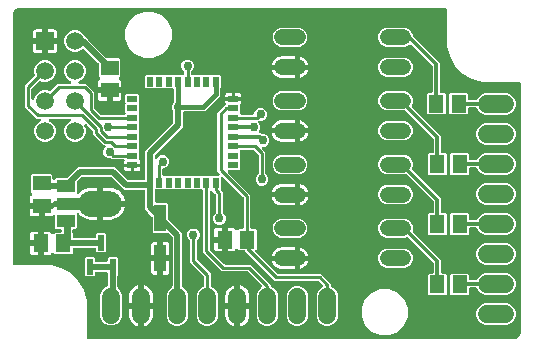
<source format=gbr>
G04 EAGLE Gerber X2 export*
G75*
%MOMM*%
%FSLAX34Y34*%
%LPD*%
%AMOC8*
5,1,8,0,0,1.08239X$1,22.5*%
G01*
%ADD10R,1.300000X1.500000*%
%ADD11R,1.500000X1.300000*%
%ADD12R,1.500000X1.000000*%
%ADD13R,2.000000X1.000000*%
%ADD14C,2.200000*%
%ADD15C,1.320800*%
%ADD16R,1.508000X1.508000*%
%ADD17C,1.508000*%
%ADD18C,1.524000*%
%ADD19R,0.540000X0.850000*%
%ADD20R,0.850000X0.540000*%
%ADD21R,0.558800X1.320800*%
%ADD22R,1.000000X2.300000*%
%ADD23C,0.406400*%
%ADD24C,0.508000*%
%ADD25C,0.756400*%
%ADD26C,0.254000*%
%ADD27C,0.304800*%
%ADD28C,0.609600*%

G36*
X430020Y5003D02*
X430020Y5003D01*
X430124Y5007D01*
X430852Y5078D01*
X430956Y5102D01*
X431061Y5117D01*
X431141Y5144D01*
X431162Y5149D01*
X431176Y5156D01*
X431213Y5169D01*
X432558Y5726D01*
X432566Y5731D01*
X432575Y5733D01*
X432704Y5809D01*
X432834Y5884D01*
X432841Y5890D01*
X432849Y5895D01*
X432970Y6001D01*
X433999Y7030D01*
X434005Y7038D01*
X434012Y7043D01*
X434102Y7163D01*
X434194Y7282D01*
X434198Y7290D01*
X434203Y7297D01*
X434274Y7442D01*
X434831Y8787D01*
X434859Y8889D01*
X434896Y8989D01*
X434909Y9072D01*
X434915Y9093D01*
X434915Y9109D01*
X434922Y9148D01*
X434993Y9876D01*
X434993Y9896D01*
X434999Y10000D01*
X434999Y221230D01*
X434984Y221348D01*
X434977Y221467D01*
X434964Y221505D01*
X434959Y221546D01*
X434916Y221656D01*
X434879Y221769D01*
X434857Y221804D01*
X434842Y221841D01*
X434773Y221937D01*
X434709Y222038D01*
X434679Y222066D01*
X434656Y222099D01*
X434564Y222175D01*
X434477Y222256D01*
X434442Y222276D01*
X434411Y222301D01*
X434303Y222352D01*
X434199Y222410D01*
X434159Y222420D01*
X434123Y222437D01*
X434006Y222459D01*
X433891Y222489D01*
X433831Y222493D01*
X433811Y222497D01*
X433790Y222495D01*
X433730Y222499D01*
X402892Y222499D01*
X393990Y224885D01*
X386009Y229492D01*
X379492Y236009D01*
X374885Y243990D01*
X372499Y252892D01*
X372499Y283730D01*
X372484Y283848D01*
X372477Y283967D01*
X372464Y284005D01*
X372459Y284046D01*
X372416Y284156D01*
X372379Y284269D01*
X372357Y284304D01*
X372342Y284341D01*
X372273Y284437D01*
X372209Y284538D01*
X372179Y284566D01*
X372156Y284599D01*
X372064Y284675D01*
X371977Y284756D01*
X371942Y284776D01*
X371911Y284801D01*
X371803Y284852D01*
X371699Y284910D01*
X371659Y284920D01*
X371623Y284937D01*
X371506Y284959D01*
X371391Y284989D01*
X371331Y284993D01*
X371311Y284997D01*
X371290Y284995D01*
X371230Y284999D01*
X10000Y284999D01*
X9980Y284997D01*
X9876Y284993D01*
X9148Y284921D01*
X9044Y284898D01*
X8939Y284883D01*
X8859Y284856D01*
X8838Y284851D01*
X8824Y284844D01*
X8787Y284831D01*
X7442Y284274D01*
X7434Y284269D01*
X7425Y284267D01*
X7296Y284191D01*
X7166Y284116D01*
X7159Y284110D01*
X7151Y284105D01*
X7030Y283999D01*
X6001Y282970D01*
X5995Y282962D01*
X5988Y282957D01*
X5898Y282837D01*
X5806Y282718D01*
X5802Y282710D01*
X5797Y282703D01*
X5726Y282558D01*
X5169Y281213D01*
X5141Y281111D01*
X5104Y281011D01*
X5091Y280928D01*
X5085Y280907D01*
X5085Y280891D01*
X5079Y280852D01*
X5007Y280124D01*
X5007Y280105D01*
X5001Y280000D01*
X5001Y68770D01*
X5016Y68652D01*
X5023Y68533D01*
X5036Y68495D01*
X5041Y68454D01*
X5084Y68344D01*
X5121Y68231D01*
X5143Y68196D01*
X5158Y68159D01*
X5227Y68063D01*
X5291Y67962D01*
X5321Y67934D01*
X5344Y67901D01*
X5436Y67825D01*
X5523Y67744D01*
X5558Y67724D01*
X5589Y67699D01*
X5697Y67648D01*
X5801Y67590D01*
X5841Y67580D01*
X5877Y67563D01*
X5994Y67541D01*
X6109Y67511D01*
X6169Y67507D01*
X6189Y67503D01*
X6210Y67505D01*
X6270Y67501D01*
X37108Y67501D01*
X46010Y65115D01*
X53991Y60508D01*
X60508Y53991D01*
X65115Y46010D01*
X67501Y37108D01*
X67501Y6270D01*
X67516Y6152D01*
X67523Y6033D01*
X67536Y5995D01*
X67541Y5954D01*
X67584Y5844D01*
X67621Y5731D01*
X67643Y5696D01*
X67658Y5659D01*
X67727Y5563D01*
X67791Y5462D01*
X67821Y5434D01*
X67844Y5401D01*
X67936Y5325D01*
X68023Y5244D01*
X68058Y5224D01*
X68089Y5199D01*
X68197Y5148D01*
X68301Y5090D01*
X68341Y5080D01*
X68377Y5063D01*
X68494Y5041D01*
X68609Y5011D01*
X68669Y5007D01*
X68689Y5003D01*
X68710Y5005D01*
X68770Y5001D01*
X430000Y5001D01*
X430020Y5003D01*
G37*
%LPC*%
G36*
X142581Y16135D02*
X142581Y16135D01*
X139220Y17527D01*
X136647Y20100D01*
X135255Y23461D01*
X135255Y42339D01*
X136647Y45700D01*
X139220Y48273D01*
X139552Y48410D01*
X139577Y48425D01*
X139605Y48434D01*
X139715Y48503D01*
X139828Y48567D01*
X139849Y48588D01*
X139874Y48604D01*
X139963Y48698D01*
X140056Y48789D01*
X140072Y48814D01*
X140092Y48835D01*
X140155Y48949D01*
X140223Y49060D01*
X140231Y49088D01*
X140246Y49114D01*
X140278Y49239D01*
X140316Y49364D01*
X140318Y49393D01*
X140325Y49422D01*
X140335Y49583D01*
X140335Y90641D01*
X140323Y90739D01*
X140320Y90838D01*
X140303Y90896D01*
X140295Y90956D01*
X140259Y91048D01*
X140231Y91143D01*
X140201Y91195D01*
X140178Y91252D01*
X140120Y91332D01*
X140070Y91417D01*
X140004Y91493D01*
X139992Y91509D01*
X139982Y91517D01*
X139964Y91538D01*
X137351Y94150D01*
X137257Y94223D01*
X137168Y94302D01*
X137132Y94320D01*
X137100Y94345D01*
X136991Y94392D01*
X136885Y94447D01*
X136845Y94455D01*
X136808Y94471D01*
X136691Y94490D01*
X136575Y94516D01*
X136534Y94515D01*
X136494Y94521D01*
X136375Y94510D01*
X136257Y94506D01*
X136218Y94495D01*
X136178Y94491D01*
X136065Y94451D01*
X135951Y94418D01*
X135916Y94398D01*
X135878Y94384D01*
X135780Y94317D01*
X135677Y94257D01*
X135642Y94225D01*
X124368Y94225D01*
X123475Y95118D01*
X123475Y107501D01*
X123463Y107599D01*
X123460Y107698D01*
X123443Y107756D01*
X123435Y107816D01*
X123399Y107908D01*
X123371Y108003D01*
X123341Y108055D01*
X123318Y108112D01*
X123260Y108192D01*
X123210Y108277D01*
X123144Y108353D01*
X123132Y108369D01*
X123122Y108377D01*
X123104Y108398D01*
X119688Y111814D01*
X116935Y114566D01*
X116935Y129666D01*
X116920Y129784D01*
X116913Y129903D01*
X116900Y129941D01*
X116895Y129982D01*
X116852Y130092D01*
X116815Y130205D01*
X116793Y130240D01*
X116778Y130277D01*
X116709Y130373D01*
X116645Y130474D01*
X116615Y130502D01*
X116592Y130535D01*
X116500Y130611D01*
X116413Y130692D01*
X116378Y130712D01*
X116347Y130737D01*
X116239Y130788D01*
X116135Y130846D01*
X116095Y130856D01*
X116059Y130873D01*
X115942Y130895D01*
X115827Y130925D01*
X115767Y130929D01*
X115747Y130933D01*
X115726Y130931D01*
X115666Y130935D01*
X99316Y130935D01*
X88688Y141564D01*
X88610Y141624D01*
X88538Y141692D01*
X88485Y141721D01*
X88437Y141758D01*
X88346Y141798D01*
X88259Y141846D01*
X88201Y141861D01*
X88145Y141885D01*
X88047Y141900D01*
X87951Y141925D01*
X87851Y141931D01*
X87831Y141935D01*
X87819Y141933D01*
X87791Y141935D01*
X63809Y141935D01*
X63711Y141923D01*
X63612Y141920D01*
X63554Y141903D01*
X63494Y141895D01*
X63402Y141859D01*
X63307Y141831D01*
X63255Y141801D01*
X63198Y141778D01*
X63118Y141720D01*
X63033Y141670D01*
X62957Y141604D01*
X62941Y141592D01*
X62933Y141582D01*
X62912Y141564D01*
X59386Y138038D01*
X59326Y137960D01*
X59258Y137888D01*
X59229Y137835D01*
X59192Y137787D01*
X59152Y137696D01*
X59104Y137609D01*
X59089Y137551D01*
X59065Y137495D01*
X59050Y137397D01*
X59025Y137301D01*
X59019Y137201D01*
X59015Y137181D01*
X59017Y137169D01*
X59015Y137141D01*
X59015Y128883D01*
X59025Y128804D01*
X59025Y128725D01*
X59045Y128647D01*
X59055Y128568D01*
X59084Y128494D01*
X59104Y128417D01*
X59142Y128346D01*
X59172Y128272D01*
X59218Y128208D01*
X59257Y128138D01*
X59311Y128080D01*
X59358Y128015D01*
X59420Y127964D01*
X59474Y127906D01*
X59542Y127863D01*
X59603Y127812D01*
X59676Y127778D01*
X59743Y127735D01*
X59819Y127711D01*
X59891Y127677D01*
X59969Y127662D01*
X60045Y127637D01*
X60125Y127632D01*
X60203Y127617D01*
X60283Y127622D01*
X60363Y127617D01*
X60441Y127632D01*
X60521Y127636D01*
X60597Y127661D01*
X60675Y127676D01*
X60748Y127710D01*
X60823Y127735D01*
X60891Y127777D01*
X60963Y127811D01*
X61025Y127862D01*
X61092Y127905D01*
X61147Y127963D01*
X61208Y128014D01*
X61309Y128135D01*
X61310Y128136D01*
X61310Y128137D01*
X61311Y128138D01*
X61372Y128221D01*
X62879Y129728D01*
X64603Y130981D01*
X66502Y131949D01*
X68529Y132607D01*
X70634Y132941D01*
X76661Y132941D01*
X76661Y121939D01*
X66340Y121939D01*
X66222Y121924D01*
X66103Y121917D01*
X66065Y121904D01*
X66024Y121899D01*
X53760Y121899D01*
X53642Y121884D01*
X53523Y121877D01*
X53485Y121864D01*
X53445Y121859D01*
X53334Y121816D01*
X53221Y121779D01*
X53187Y121757D01*
X53149Y121742D01*
X53053Y121673D01*
X52952Y121609D01*
X52924Y121579D01*
X52892Y121556D01*
X52816Y121464D01*
X52734Y121377D01*
X52715Y121342D01*
X52689Y121311D01*
X52638Y121203D01*
X52581Y121099D01*
X52571Y121059D01*
X52553Y121023D01*
X52533Y120916D01*
X52529Y120946D01*
X52485Y121056D01*
X52449Y121169D01*
X52427Y121204D01*
X52412Y121241D01*
X52342Y121337D01*
X52279Y121438D01*
X52249Y121466D01*
X52225Y121499D01*
X52134Y121575D01*
X52047Y121656D01*
X52012Y121676D01*
X51980Y121701D01*
X51873Y121752D01*
X51768Y121810D01*
X51729Y121820D01*
X51693Y121837D01*
X51576Y121859D01*
X51460Y121889D01*
X51400Y121893D01*
X51380Y121897D01*
X51360Y121895D01*
X51300Y121899D01*
X40810Y121899D01*
X40692Y121884D01*
X40573Y121877D01*
X40535Y121864D01*
X40494Y121859D01*
X40384Y121816D01*
X40271Y121779D01*
X40236Y121757D01*
X40199Y121742D01*
X40103Y121673D01*
X40002Y121609D01*
X39974Y121579D01*
X39941Y121556D01*
X39865Y121464D01*
X39784Y121377D01*
X39764Y121342D01*
X39739Y121311D01*
X39688Y121203D01*
X39630Y121099D01*
X39620Y121059D01*
X39603Y121023D01*
X39581Y120906D01*
X39551Y120791D01*
X39547Y120731D01*
X39543Y120711D01*
X39545Y120690D01*
X39541Y120630D01*
X39541Y120239D01*
X30770Y120239D01*
X30652Y120224D01*
X30533Y120217D01*
X30495Y120204D01*
X30455Y120199D01*
X30344Y120155D01*
X30231Y120119D01*
X30196Y120097D01*
X30159Y120082D01*
X30063Y120012D01*
X29962Y119949D01*
X29934Y119919D01*
X29902Y119895D01*
X29826Y119804D01*
X29744Y119717D01*
X29725Y119682D01*
X29699Y119650D01*
X29648Y119543D01*
X29591Y119439D01*
X29580Y119399D01*
X29563Y119363D01*
X29541Y119246D01*
X29511Y119131D01*
X29507Y119070D01*
X29503Y119050D01*
X29505Y119030D01*
X29501Y118970D01*
X29501Y117699D01*
X29499Y117699D01*
X29499Y118970D01*
X29484Y119088D01*
X29477Y119207D01*
X29464Y119245D01*
X29459Y119285D01*
X29415Y119396D01*
X29379Y119509D01*
X29357Y119544D01*
X29342Y119581D01*
X29272Y119677D01*
X29209Y119778D01*
X29179Y119806D01*
X29155Y119838D01*
X29064Y119914D01*
X28977Y119996D01*
X28942Y120015D01*
X28910Y120041D01*
X28803Y120092D01*
X28699Y120149D01*
X28659Y120160D01*
X28623Y120177D01*
X28506Y120199D01*
X28391Y120229D01*
X28330Y120233D01*
X28310Y120237D01*
X28290Y120235D01*
X28230Y120239D01*
X19459Y120239D01*
X19459Y124534D01*
X19632Y125181D01*
X19967Y125760D01*
X20440Y126233D01*
X21144Y126640D01*
X21244Y126716D01*
X21348Y126786D01*
X21371Y126812D01*
X21398Y126832D01*
X21476Y126931D01*
X21559Y127025D01*
X21574Y127055D01*
X21595Y127081D01*
X21646Y127196D01*
X21704Y127308D01*
X21711Y127341D01*
X21725Y127372D01*
X21746Y127496D01*
X21773Y127618D01*
X21772Y127652D01*
X21778Y127685D01*
X21767Y127811D01*
X21764Y127936D01*
X21754Y127969D01*
X21751Y128002D01*
X21710Y128121D01*
X21675Y128242D01*
X21658Y128271D01*
X21647Y128303D01*
X21578Y128407D01*
X21514Y128516D01*
X21481Y128552D01*
X21471Y128568D01*
X21455Y128582D01*
X21407Y128636D01*
X20475Y129568D01*
X20475Y143832D01*
X21368Y144725D01*
X37632Y144725D01*
X38525Y143832D01*
X38525Y140645D01*
X38542Y140507D01*
X38555Y140369D01*
X38562Y140350D01*
X38565Y140330D01*
X38616Y140200D01*
X38663Y140070D01*
X38674Y140053D01*
X38682Y140034D01*
X38763Y139922D01*
X38841Y139806D01*
X38857Y139793D01*
X38868Y139777D01*
X38976Y139688D01*
X39080Y139596D01*
X39098Y139587D01*
X39113Y139574D01*
X39239Y139515D01*
X39363Y139451D01*
X39383Y139447D01*
X39401Y139438D01*
X39538Y139412D01*
X39673Y139382D01*
X39694Y139382D01*
X39713Y139379D01*
X39852Y139387D01*
X39991Y139391D01*
X40011Y139397D01*
X40031Y139398D01*
X40163Y139441D01*
X40297Y139480D01*
X40314Y139490D01*
X40333Y139496D01*
X40451Y139571D01*
X40571Y139641D01*
X40592Y139660D01*
X40602Y139667D01*
X40616Y139682D01*
X40691Y139748D01*
X41858Y140915D01*
X50241Y140915D01*
X50339Y140927D01*
X50438Y140930D01*
X50496Y140947D01*
X50556Y140955D01*
X50648Y140991D01*
X50743Y141019D01*
X50795Y141049D01*
X50852Y141072D01*
X50932Y141130D01*
X51017Y141180D01*
X51093Y141246D01*
X51109Y141258D01*
X51117Y141268D01*
X51138Y141286D01*
X59916Y150065D01*
X91684Y150065D01*
X94436Y147312D01*
X102312Y139436D01*
X102390Y139376D01*
X102462Y139308D01*
X102515Y139279D01*
X102563Y139242D01*
X102654Y139202D01*
X102741Y139154D01*
X102799Y139139D01*
X102855Y139115D01*
X102953Y139100D01*
X103049Y139075D01*
X103149Y139069D01*
X103169Y139065D01*
X103181Y139067D01*
X103209Y139065D01*
X115506Y139065D01*
X115624Y139080D01*
X115743Y139087D01*
X115781Y139100D01*
X115822Y139105D01*
X115932Y139148D01*
X116045Y139185D01*
X116080Y139207D01*
X116117Y139222D01*
X116213Y139291D01*
X116314Y139355D01*
X116342Y139385D01*
X116375Y139408D01*
X116451Y139500D01*
X116532Y139587D01*
X116552Y139622D01*
X116577Y139653D01*
X116628Y139761D01*
X116686Y139865D01*
X116696Y139905D01*
X116713Y139941D01*
X116735Y140058D01*
X116765Y140173D01*
X116769Y140233D01*
X116773Y140253D01*
X116771Y140274D01*
X116775Y140334D01*
X116775Y142210D01*
X116798Y142262D01*
X116846Y142349D01*
X116861Y142407D01*
X116885Y142463D01*
X116900Y142561D01*
X116925Y142657D01*
X116931Y142757D01*
X116935Y142777D01*
X116933Y142789D01*
X116935Y142817D01*
X116935Y163684D01*
X140564Y187312D01*
X140624Y187390D01*
X140692Y187462D01*
X140721Y187515D01*
X140758Y187563D01*
X140798Y187654D01*
X140846Y187741D01*
X140861Y187799D01*
X140885Y187855D01*
X140900Y187953D01*
X140925Y188049D01*
X140931Y188149D01*
X140935Y188169D01*
X140933Y188181D01*
X140935Y188209D01*
X140935Y197034D01*
X140923Y197132D01*
X140920Y197231D01*
X140903Y197290D01*
X140895Y197350D01*
X140859Y197442D01*
X140831Y197537D01*
X140801Y197589D01*
X140778Y197645D01*
X140720Y197725D01*
X140670Y197811D01*
X140604Y197886D01*
X140592Y197903D01*
X140582Y197910D01*
X140564Y197932D01*
X140501Y197994D01*
X139693Y199944D01*
X139693Y202056D01*
X140501Y204006D01*
X141072Y204576D01*
X141132Y204655D01*
X141200Y204727D01*
X141229Y204780D01*
X141266Y204828D01*
X141306Y204919D01*
X141354Y205005D01*
X141369Y205064D01*
X141393Y205120D01*
X141408Y205217D01*
X141433Y205313D01*
X141439Y205413D01*
X141443Y205434D01*
X141441Y205446D01*
X141443Y205474D01*
X141443Y215706D01*
X141428Y215824D01*
X141421Y215943D01*
X141408Y215981D01*
X141403Y216022D01*
X141360Y216132D01*
X141323Y216245D01*
X141301Y216280D01*
X141286Y216317D01*
X141217Y216413D01*
X141153Y216514D01*
X141123Y216542D01*
X141100Y216575D01*
X141008Y216651D01*
X140921Y216732D01*
X140886Y216752D01*
X140855Y216777D01*
X140747Y216828D01*
X140643Y216886D01*
X140603Y216896D01*
X140567Y216913D01*
X140450Y216935D01*
X140335Y216965D01*
X140275Y216969D01*
X140255Y216973D01*
X140234Y216971D01*
X140174Y216975D01*
X133667Y216975D01*
X133637Y216988D01*
X133531Y217043D01*
X133492Y217051D01*
X133455Y217067D01*
X133337Y217086D01*
X133221Y217112D01*
X133180Y217111D01*
X133140Y217117D01*
X133022Y217106D01*
X132903Y217103D01*
X132864Y217091D01*
X132824Y217088D01*
X132712Y217047D01*
X132597Y217014D01*
X132563Y216994D01*
X132525Y216980D01*
X132518Y216975D01*
X125667Y216975D01*
X125637Y216988D01*
X125531Y217043D01*
X125492Y217051D01*
X125455Y217067D01*
X125337Y217086D01*
X125221Y217112D01*
X125180Y217111D01*
X125140Y217117D01*
X125022Y217106D01*
X124903Y217103D01*
X124864Y217091D01*
X124824Y217088D01*
X124712Y217047D01*
X124597Y217014D01*
X124563Y216994D01*
X124525Y216980D01*
X124518Y216975D01*
X117768Y216975D01*
X116875Y217868D01*
X116875Y227632D01*
X117768Y228525D01*
X124533Y228525D01*
X124563Y228511D01*
X124583Y228501D01*
X124625Y228478D01*
X124631Y228477D01*
X124669Y228457D01*
X124709Y228449D01*
X124746Y228433D01*
X124863Y228414D01*
X124980Y228388D01*
X125020Y228389D01*
X125060Y228383D01*
X125178Y228394D01*
X125297Y228397D01*
X125336Y228409D01*
X125376Y228412D01*
X125420Y228428D01*
X125422Y228429D01*
X125434Y228433D01*
X125488Y228453D01*
X125603Y228486D01*
X125638Y228506D01*
X125676Y228520D01*
X125683Y228525D01*
X132533Y228525D01*
X132563Y228511D01*
X132583Y228501D01*
X132625Y228478D01*
X132631Y228477D01*
X132669Y228457D01*
X132709Y228449D01*
X132746Y228433D01*
X132863Y228414D01*
X132980Y228388D01*
X133020Y228389D01*
X133060Y228383D01*
X133178Y228394D01*
X133297Y228397D01*
X133336Y228409D01*
X133376Y228412D01*
X133420Y228428D01*
X133422Y228429D01*
X133434Y228433D01*
X133488Y228453D01*
X133603Y228486D01*
X133638Y228506D01*
X133676Y228520D01*
X133683Y228525D01*
X140585Y228525D01*
X140619Y228507D01*
X140659Y228499D01*
X140696Y228483D01*
X140813Y228464D01*
X140930Y228438D01*
X140970Y228439D01*
X141010Y228433D01*
X141128Y228444D01*
X141247Y228447D01*
X141286Y228459D01*
X141326Y228462D01*
X141438Y228503D01*
X141514Y228525D01*
X148508Y228525D01*
X148543Y228508D01*
X148563Y228505D01*
X148581Y228497D01*
X148719Y228475D01*
X148856Y228449D01*
X148876Y228450D01*
X148895Y228447D01*
X149034Y228460D01*
X149173Y228468D01*
X149192Y228475D01*
X149212Y228476D01*
X149343Y228524D01*
X149475Y228566D01*
X149492Y228577D01*
X149511Y228584D01*
X149627Y228662D01*
X149744Y228737D01*
X149758Y228751D01*
X149775Y228762D01*
X149866Y228867D01*
X149962Y228968D01*
X149972Y228986D01*
X149985Y229001D01*
X150048Y229125D01*
X150116Y229247D01*
X150121Y229266D01*
X150130Y229284D01*
X150160Y229420D01*
X150195Y229555D01*
X150197Y229583D01*
X150199Y229594D01*
X150199Y229615D01*
X150205Y229715D01*
X150205Y230764D01*
X150193Y230862D01*
X150190Y230961D01*
X150173Y231020D01*
X150165Y231080D01*
X150129Y231172D01*
X150101Y231267D01*
X150071Y231319D01*
X150048Y231375D01*
X149990Y231455D01*
X149940Y231541D01*
X149874Y231616D01*
X149862Y231633D01*
X149852Y231640D01*
X149834Y231662D01*
X148501Y232994D01*
X147693Y234944D01*
X147693Y237056D01*
X148501Y239006D01*
X149994Y240499D01*
X151944Y241307D01*
X154056Y241307D01*
X156006Y240499D01*
X157499Y239006D01*
X158307Y237056D01*
X158307Y234944D01*
X157499Y232994D01*
X156166Y231662D01*
X156106Y231583D01*
X156038Y231511D01*
X156009Y231458D01*
X155972Y231410D01*
X155932Y231319D01*
X155884Y231233D01*
X155869Y231174D01*
X155845Y231118D01*
X155830Y231021D01*
X155805Y230925D01*
X155799Y230825D01*
X155795Y230804D01*
X155797Y230792D01*
X155795Y230764D01*
X155795Y229715D01*
X155812Y229577D01*
X155825Y229439D01*
X155832Y229420D01*
X155835Y229400D01*
X155886Y229270D01*
X155933Y229139D01*
X155944Y229123D01*
X155952Y229104D01*
X156033Y228991D01*
X156112Y228876D01*
X156127Y228863D01*
X156138Y228847D01*
X156246Y228758D01*
X156350Y228666D01*
X156368Y228657D01*
X156383Y228644D01*
X156509Y228585D01*
X156633Y228521D01*
X156653Y228517D01*
X156671Y228508D01*
X156807Y228482D01*
X156944Y228452D01*
X156964Y228452D01*
X156983Y228449D01*
X157122Y228457D01*
X157261Y228461D01*
X157281Y228467D01*
X157301Y228468D01*
X157433Y228511D01*
X157480Y228525D01*
X164433Y228525D01*
X164463Y228511D01*
X164483Y228501D01*
X164525Y228478D01*
X164531Y228477D01*
X164569Y228457D01*
X164609Y228449D01*
X164646Y228433D01*
X164763Y228414D01*
X164880Y228388D01*
X164920Y228389D01*
X164960Y228383D01*
X165078Y228394D01*
X165197Y228397D01*
X165236Y228409D01*
X165276Y228412D01*
X165320Y228428D01*
X165322Y228429D01*
X165334Y228433D01*
X165388Y228453D01*
X165503Y228486D01*
X165538Y228506D01*
X165576Y228520D01*
X165583Y228525D01*
X172433Y228525D01*
X172463Y228511D01*
X172483Y228501D01*
X172525Y228478D01*
X172531Y228477D01*
X172569Y228457D01*
X172609Y228449D01*
X172646Y228433D01*
X172763Y228414D01*
X172880Y228388D01*
X172920Y228389D01*
X172960Y228383D01*
X173078Y228394D01*
X173197Y228397D01*
X173236Y228409D01*
X173276Y228412D01*
X173320Y228428D01*
X173322Y228429D01*
X173334Y228433D01*
X173388Y228453D01*
X173503Y228486D01*
X173538Y228506D01*
X173576Y228520D01*
X173583Y228525D01*
X180332Y228525D01*
X181225Y227632D01*
X181225Y217868D01*
X180929Y217572D01*
X180868Y217494D01*
X180800Y217422D01*
X180771Y217369D01*
X180734Y217321D01*
X180694Y217230D01*
X180646Y217143D01*
X180631Y217085D01*
X180607Y217029D01*
X180592Y216931D01*
X180567Y216835D01*
X180561Y216735D01*
X180557Y216715D01*
X180559Y216703D01*
X180557Y216675D01*
X180557Y210527D01*
X167473Y197443D01*
X150334Y197443D01*
X150216Y197428D01*
X150097Y197421D01*
X150059Y197408D01*
X150018Y197403D01*
X149908Y197360D01*
X149795Y197323D01*
X149760Y197301D01*
X149723Y197286D01*
X149627Y197217D01*
X149526Y197153D01*
X149498Y197123D01*
X149465Y197100D01*
X149389Y197008D01*
X149308Y196921D01*
X149288Y196886D01*
X149263Y196855D01*
X149212Y196747D01*
X149154Y196643D01*
X149144Y196603D01*
X149127Y196567D01*
X149105Y196450D01*
X149075Y196335D01*
X149071Y196275D01*
X149067Y196255D01*
X149069Y196234D01*
X149065Y196174D01*
X149065Y184316D01*
X125436Y160688D01*
X125376Y160610D01*
X125308Y160538D01*
X125279Y160485D01*
X125242Y160437D01*
X125202Y160346D01*
X125154Y160259D01*
X125139Y160201D01*
X125115Y160145D01*
X125100Y160047D01*
X125075Y159951D01*
X125069Y159851D01*
X125065Y159831D01*
X125067Y159819D01*
X125065Y159791D01*
X125065Y158505D01*
X125073Y158436D01*
X125072Y158366D01*
X125093Y158278D01*
X125105Y158189D01*
X125130Y158124D01*
X125147Y158056D01*
X125189Y157977D01*
X125222Y157894D01*
X125263Y157837D01*
X125295Y157775D01*
X125356Y157709D01*
X125408Y157636D01*
X125462Y157592D01*
X125509Y157540D01*
X125584Y157491D01*
X125653Y157433D01*
X125717Y157404D01*
X125775Y157365D01*
X125860Y157336D01*
X125941Y157298D01*
X126010Y157285D01*
X126076Y157262D01*
X126165Y157255D01*
X126253Y157238D01*
X126323Y157243D01*
X126393Y157237D01*
X126481Y157252D01*
X126571Y157258D01*
X126637Y157279D01*
X126706Y157291D01*
X126788Y157328D01*
X126873Y157356D01*
X126932Y157393D01*
X126996Y157422D01*
X127066Y157478D01*
X127142Y157526D01*
X127190Y157577D01*
X127245Y157621D01*
X127298Y157692D01*
X127360Y157758D01*
X127394Y157819D01*
X127436Y157875D01*
X127499Y158004D01*
X128994Y159499D01*
X130944Y160307D01*
X133056Y160307D01*
X135006Y159499D01*
X136499Y158006D01*
X137307Y156056D01*
X137307Y153944D01*
X136499Y151994D01*
X135006Y150501D01*
X133052Y149692D01*
X132946Y149678D01*
X132827Y149671D01*
X132789Y149658D01*
X132748Y149653D01*
X132638Y149610D01*
X132525Y149573D01*
X132490Y149551D01*
X132453Y149536D01*
X132357Y149467D01*
X132256Y149403D01*
X132228Y149373D01*
X132195Y149350D01*
X132119Y149258D01*
X132038Y149171D01*
X132018Y149136D01*
X131993Y149105D01*
X131942Y148997D01*
X131884Y148893D01*
X131874Y148853D01*
X131857Y148817D01*
X131835Y148700D01*
X131805Y148585D01*
X131801Y148525D01*
X131797Y148505D01*
X131799Y148484D01*
X131795Y148424D01*
X131795Y144215D01*
X131812Y144077D01*
X131825Y143939D01*
X131832Y143920D01*
X131835Y143900D01*
X131886Y143770D01*
X131933Y143639D01*
X131944Y143623D01*
X131952Y143604D01*
X132033Y143491D01*
X132112Y143376D01*
X132127Y143363D01*
X132138Y143347D01*
X132246Y143258D01*
X132350Y143166D01*
X132368Y143157D01*
X132383Y143144D01*
X132509Y143085D01*
X132633Y143021D01*
X132653Y143017D01*
X132671Y143008D01*
X132807Y142982D01*
X132944Y142952D01*
X132964Y142952D01*
X132983Y142949D01*
X133122Y142957D01*
X133261Y142961D01*
X133281Y142967D01*
X133301Y142968D01*
X133433Y143011D01*
X133480Y143025D01*
X140433Y143025D01*
X140463Y143011D01*
X140569Y142957D01*
X140609Y142949D01*
X140646Y142933D01*
X140763Y142914D01*
X140880Y142888D01*
X140920Y142889D01*
X140960Y142883D01*
X141078Y142894D01*
X141197Y142897D01*
X141236Y142909D01*
X141276Y142912D01*
X141388Y142953D01*
X141503Y142986D01*
X141538Y143006D01*
X141576Y143020D01*
X141583Y143025D01*
X148433Y143025D01*
X148463Y143012D01*
X148569Y142957D01*
X148608Y142949D01*
X148645Y142933D01*
X148763Y142914D01*
X148879Y142888D01*
X148920Y142889D01*
X148960Y142883D01*
X149078Y142894D01*
X149197Y142897D01*
X149236Y142909D01*
X149276Y142912D01*
X149388Y142953D01*
X149503Y142986D01*
X149537Y143006D01*
X149575Y143020D01*
X149582Y143025D01*
X156433Y143025D01*
X156463Y143012D01*
X156569Y142957D01*
X156608Y142949D01*
X156645Y142933D01*
X156763Y142914D01*
X156879Y142888D01*
X156920Y142889D01*
X156960Y142883D01*
X157078Y142894D01*
X157197Y142897D01*
X157236Y142909D01*
X157276Y142912D01*
X157388Y142953D01*
X157503Y142986D01*
X157537Y143006D01*
X157575Y143020D01*
X157582Y143025D01*
X164433Y143025D01*
X164463Y143012D01*
X164569Y142957D01*
X164608Y142949D01*
X164645Y142933D01*
X164763Y142914D01*
X164879Y142888D01*
X164920Y142889D01*
X164960Y142883D01*
X165078Y142894D01*
X165197Y142897D01*
X165236Y142909D01*
X165276Y142912D01*
X165388Y142953D01*
X165503Y142986D01*
X165537Y143006D01*
X165575Y143020D01*
X165582Y143025D01*
X172433Y143025D01*
X172463Y143012D01*
X172569Y142957D01*
X172608Y142949D01*
X172645Y142933D01*
X172763Y142914D01*
X172879Y142888D01*
X172920Y142889D01*
X172960Y142883D01*
X173078Y142894D01*
X173197Y142897D01*
X173236Y142909D01*
X173276Y142912D01*
X173388Y142953D01*
X173503Y142986D01*
X173537Y143006D01*
X173575Y143020D01*
X173582Y143025D01*
X178959Y143025D01*
X179096Y143042D01*
X179235Y143055D01*
X179254Y143062D01*
X179274Y143065D01*
X179403Y143116D01*
X179534Y143163D01*
X179551Y143174D01*
X179570Y143182D01*
X179682Y143263D01*
X179797Y143341D01*
X179811Y143357D01*
X179827Y143368D01*
X179916Y143476D01*
X180008Y143580D01*
X180017Y143598D01*
X180030Y143613D01*
X180089Y143739D01*
X180153Y143863D01*
X180157Y143883D01*
X180166Y143901D01*
X180192Y144037D01*
X180222Y144173D01*
X180222Y144194D01*
X180225Y144213D01*
X180217Y144352D01*
X180213Y144491D01*
X180207Y144511D01*
X180206Y144531D01*
X180163Y144663D01*
X180124Y144797D01*
X180114Y144814D01*
X180108Y144833D01*
X180033Y144951D01*
X179963Y145071D01*
X179944Y145092D01*
X179937Y145102D01*
X179922Y145116D01*
X179856Y145191D01*
X178205Y146842D01*
X178205Y196158D01*
X180214Y198166D01*
X184896Y202848D01*
X184965Y202937D01*
X185040Y203020D01*
X185062Y203062D01*
X185091Y203099D01*
X185135Y203203D01*
X185187Y203302D01*
X185198Y203348D01*
X185217Y203391D01*
X185235Y203502D01*
X185260Y203612D01*
X185259Y203659D01*
X185267Y203705D01*
X185256Y203817D01*
X185254Y203929D01*
X185241Y203975D01*
X185237Y204022D01*
X185199Y204128D01*
X185169Y204236D01*
X185138Y204297D01*
X184959Y204966D01*
X184959Y206651D01*
X191670Y206651D01*
X191724Y206657D01*
X191730Y206657D01*
X191750Y206653D01*
X191770Y206655D01*
X191830Y206651D01*
X198541Y206651D01*
X198541Y204966D01*
X198368Y204319D01*
X198033Y203740D01*
X197896Y203603D01*
X197836Y203525D01*
X197768Y203453D01*
X197739Y203400D01*
X197702Y203352D01*
X197662Y203261D01*
X197614Y203174D01*
X197599Y203116D01*
X197575Y203060D01*
X197560Y202962D01*
X197535Y202867D01*
X197529Y202767D01*
X197525Y202746D01*
X197527Y202734D01*
X197525Y202706D01*
X197525Y196492D01*
X197508Y196457D01*
X197505Y196437D01*
X197497Y196419D01*
X197475Y196281D01*
X197449Y196144D01*
X197450Y196124D01*
X197447Y196105D01*
X197460Y195966D01*
X197468Y195827D01*
X197475Y195808D01*
X197476Y195788D01*
X197524Y195657D01*
X197566Y195525D01*
X197577Y195508D01*
X197584Y195489D01*
X197662Y195373D01*
X197737Y195256D01*
X197751Y195242D01*
X197762Y195225D01*
X197867Y195134D01*
X197968Y195038D01*
X197986Y195028D01*
X198001Y195015D01*
X198125Y194952D01*
X198247Y194884D01*
X198266Y194879D01*
X198284Y194870D01*
X198420Y194840D01*
X198555Y194805D01*
X198583Y194803D01*
X198594Y194801D01*
X198615Y194801D01*
X198715Y194795D01*
X208424Y194795D01*
X208542Y194810D01*
X208661Y194817D01*
X208699Y194830D01*
X208740Y194835D01*
X208850Y194878D01*
X208963Y194915D01*
X208998Y194937D01*
X209035Y194952D01*
X209131Y195021D01*
X209232Y195085D01*
X209260Y195115D01*
X209293Y195138D01*
X209369Y195230D01*
X209450Y195317D01*
X209470Y195352D01*
X209495Y195383D01*
X209546Y195491D01*
X209604Y195595D01*
X209614Y195635D01*
X209631Y195671D01*
X209653Y195788D01*
X209683Y195903D01*
X209687Y195963D01*
X209691Y195983D01*
X209689Y196004D01*
X209693Y196054D01*
X210501Y198006D01*
X211994Y199499D01*
X213944Y200307D01*
X216056Y200307D01*
X218006Y199499D01*
X219499Y198006D01*
X220307Y196056D01*
X220307Y193944D01*
X219499Y191994D01*
X218006Y190501D01*
X216056Y189693D01*
X214171Y189693D01*
X214073Y189681D01*
X213974Y189678D01*
X213916Y189661D01*
X213856Y189653D01*
X213764Y189617D01*
X213669Y189590D01*
X213616Y189559D01*
X213560Y189536D01*
X213480Y189478D01*
X213395Y189428D01*
X213319Y189362D01*
X213303Y189350D01*
X213295Y189340D01*
X213274Y189322D01*
X213126Y189174D01*
X213053Y189080D01*
X212974Y188990D01*
X212956Y188955D01*
X212931Y188923D01*
X212884Y188813D01*
X212830Y188707D01*
X212821Y188668D01*
X212805Y188631D01*
X212786Y188513D01*
X212760Y188397D01*
X212761Y188357D01*
X212755Y188317D01*
X212766Y188198D01*
X212770Y188079D01*
X212781Y188040D01*
X212785Y188000D01*
X212825Y187888D01*
X212858Y187774D01*
X212879Y187739D01*
X212892Y187701D01*
X212959Y187602D01*
X213020Y187500D01*
X213060Y187454D01*
X213071Y187438D01*
X213086Y187424D01*
X213126Y187379D01*
X213499Y187006D01*
X214307Y185056D01*
X214307Y182944D01*
X213420Y180804D01*
X213407Y180756D01*
X213386Y180711D01*
X213365Y180603D01*
X213336Y180497D01*
X213335Y180447D01*
X213326Y180398D01*
X213333Y180289D01*
X213331Y180179D01*
X213343Y180131D01*
X213346Y180081D01*
X213380Y179977D01*
X213405Y179870D01*
X213428Y179826D01*
X213444Y179779D01*
X213503Y179686D01*
X213554Y179589D01*
X213587Y179552D01*
X213614Y179510D01*
X213694Y179435D01*
X213768Y179353D01*
X213809Y179326D01*
X213846Y179292D01*
X213942Y179239D01*
X214034Y179179D01*
X214081Y179162D01*
X214124Y179138D01*
X214230Y179111D01*
X214334Y179075D01*
X214384Y179071D01*
X214432Y179059D01*
X214593Y179049D01*
X215263Y179049D01*
X215633Y178678D01*
X215711Y178618D01*
X215783Y178550D01*
X215836Y178521D01*
X215884Y178484D01*
X215975Y178444D01*
X216062Y178396D01*
X216121Y178381D01*
X216176Y178357D01*
X216274Y178342D01*
X216370Y178317D01*
X216470Y178311D01*
X216490Y178307D01*
X216503Y178309D01*
X216531Y178307D01*
X218056Y178307D01*
X220006Y177499D01*
X221499Y176006D01*
X222307Y174056D01*
X222307Y171944D01*
X221499Y169994D01*
X220006Y168501D01*
X218056Y167693D01*
X217323Y167693D01*
X217185Y167676D01*
X217047Y167663D01*
X217028Y167656D01*
X217008Y167653D01*
X216878Y167602D01*
X216748Y167555D01*
X216731Y167544D01*
X216712Y167536D01*
X216600Y167455D01*
X216484Y167377D01*
X216471Y167361D01*
X216455Y167350D01*
X216366Y167242D01*
X216274Y167138D01*
X216265Y167120D01*
X216252Y167105D01*
X216193Y166979D01*
X216129Y166855D01*
X216125Y166835D01*
X216116Y166817D01*
X216090Y166681D01*
X216060Y166545D01*
X216060Y166524D01*
X216057Y166505D01*
X216065Y166366D01*
X216069Y166227D01*
X216075Y166207D01*
X216076Y166187D01*
X216119Y166055D01*
X216158Y165921D01*
X216168Y165904D01*
X216174Y165885D01*
X216249Y165767D01*
X216319Y165647D01*
X216338Y165626D01*
X216345Y165616D01*
X216360Y165602D01*
X216426Y165526D01*
X216786Y165166D01*
X218795Y163158D01*
X218795Y145236D01*
X218807Y145138D01*
X218810Y145039D01*
X218827Y144980D01*
X218835Y144920D01*
X218871Y144828D01*
X218899Y144733D01*
X218929Y144681D01*
X218952Y144625D01*
X219010Y144545D01*
X219060Y144459D01*
X219126Y144384D01*
X219138Y144367D01*
X219148Y144360D01*
X219166Y144338D01*
X220499Y143006D01*
X221307Y141056D01*
X221307Y138944D01*
X220499Y136994D01*
X219006Y135501D01*
X217056Y134693D01*
X214944Y134693D01*
X212994Y135501D01*
X211501Y136994D01*
X210693Y138944D01*
X210693Y141056D01*
X211501Y143006D01*
X212834Y144338D01*
X212894Y144417D01*
X212962Y144489D01*
X212991Y144542D01*
X213028Y144590D01*
X213068Y144681D01*
X213116Y144767D01*
X213131Y144826D01*
X213155Y144882D01*
X213170Y144979D01*
X213195Y145075D01*
X213201Y145175D01*
X213205Y145196D01*
X213203Y145208D01*
X213205Y145236D01*
X213205Y160317D01*
X213193Y160415D01*
X213190Y160514D01*
X213173Y160572D01*
X213165Y160632D01*
X213129Y160724D01*
X213101Y160819D01*
X213071Y160872D01*
X213048Y160928D01*
X212990Y161008D01*
X212940Y161093D01*
X212874Y161169D01*
X212862Y161185D01*
X212852Y161193D01*
X212834Y161214D01*
X209214Y164834D01*
X209136Y164894D01*
X209064Y164962D01*
X209011Y164991D01*
X208963Y165028D01*
X208872Y165068D01*
X208785Y165116D01*
X208727Y165131D01*
X208671Y165155D01*
X208573Y165170D01*
X208477Y165195D01*
X208377Y165201D01*
X208357Y165205D01*
X208345Y165203D01*
X208317Y165205D01*
X198715Y165205D01*
X198577Y165188D01*
X198439Y165175D01*
X198420Y165168D01*
X198400Y165165D01*
X198270Y165114D01*
X198139Y165067D01*
X198123Y165056D01*
X198104Y165048D01*
X197991Y164967D01*
X197876Y164888D01*
X197863Y164873D01*
X197847Y164862D01*
X197758Y164754D01*
X197666Y164650D01*
X197657Y164632D01*
X197644Y164617D01*
X197585Y164491D01*
X197521Y164367D01*
X197517Y164347D01*
X197508Y164329D01*
X197482Y164193D01*
X197452Y164056D01*
X197452Y164036D01*
X197449Y164017D01*
X197457Y163878D01*
X197461Y163739D01*
X197467Y163719D01*
X197468Y163699D01*
X197511Y163567D01*
X197525Y163520D01*
X197525Y156567D01*
X197511Y156537D01*
X197457Y156431D01*
X197449Y156391D01*
X197433Y156354D01*
X197414Y156237D01*
X197388Y156120D01*
X197389Y156080D01*
X197383Y156040D01*
X197394Y155921D01*
X197397Y155803D01*
X197409Y155764D01*
X197412Y155724D01*
X197453Y155612D01*
X197486Y155497D01*
X197506Y155462D01*
X197520Y155424D01*
X197525Y155417D01*
X197525Y148668D01*
X196632Y147775D01*
X188241Y147775D01*
X188104Y147758D01*
X187965Y147745D01*
X187946Y147738D01*
X187926Y147735D01*
X187797Y147684D01*
X187666Y147637D01*
X187649Y147626D01*
X187630Y147618D01*
X187518Y147537D01*
X187403Y147459D01*
X187389Y147443D01*
X187373Y147432D01*
X187284Y147324D01*
X187192Y147220D01*
X187183Y147202D01*
X187170Y147187D01*
X187111Y147060D01*
X187047Y146937D01*
X187043Y146917D01*
X187034Y146899D01*
X187008Y146763D01*
X186978Y146627D01*
X186978Y146606D01*
X186975Y146587D01*
X186983Y146448D01*
X186987Y146309D01*
X186993Y146289D01*
X186994Y146269D01*
X187037Y146137D01*
X187076Y146003D01*
X187086Y145986D01*
X187092Y145967D01*
X187167Y145849D01*
X187237Y145729D01*
X187256Y145708D01*
X187263Y145698D01*
X187278Y145684D01*
X187344Y145609D01*
X204286Y128666D01*
X206295Y126658D01*
X206295Y99294D01*
X206310Y99176D01*
X206317Y99057D01*
X206330Y99019D01*
X206335Y98978D01*
X206378Y98868D01*
X206415Y98755D01*
X206437Y98720D01*
X206452Y98683D01*
X206521Y98587D01*
X206585Y98486D01*
X206615Y98458D01*
X206638Y98425D01*
X206730Y98349D01*
X206817Y98268D01*
X206852Y98248D01*
X206883Y98223D01*
X206991Y98172D01*
X207095Y98114D01*
X207135Y98104D01*
X207171Y98087D01*
X207288Y98065D01*
X207403Y98035D01*
X207463Y98031D01*
X207483Y98027D01*
X207504Y98029D01*
X207564Y98025D01*
X210632Y98025D01*
X211525Y97132D01*
X211525Y80868D01*
X210702Y80046D01*
X210629Y79952D01*
X210550Y79862D01*
X210532Y79826D01*
X210507Y79794D01*
X210460Y79685D01*
X210405Y79579D01*
X210397Y79540D01*
X210381Y79502D01*
X210362Y79385D01*
X210336Y79269D01*
X210337Y79228D01*
X210331Y79188D01*
X210342Y79070D01*
X210345Y78951D01*
X210357Y78912D01*
X210360Y78872D01*
X210401Y78759D01*
X210434Y78645D01*
X210454Y78611D01*
X210468Y78572D01*
X210535Y78474D01*
X210595Y78371D01*
X210635Y78326D01*
X210647Y78309D01*
X210662Y78296D01*
X210702Y78251D01*
X228786Y60166D01*
X228864Y60106D01*
X228936Y60038D01*
X228989Y60009D01*
X229037Y59972D01*
X229128Y59932D01*
X229215Y59884D01*
X229273Y59869D01*
X229329Y59845D01*
X229427Y59830D01*
X229523Y59805D01*
X229623Y59799D01*
X229643Y59795D01*
X229655Y59797D01*
X229683Y59795D01*
X266158Y59795D01*
X274195Y51758D01*
X274195Y50109D01*
X274198Y50079D01*
X274196Y50050D01*
X274218Y49922D01*
X274235Y49793D01*
X274245Y49766D01*
X274250Y49737D01*
X274304Y49618D01*
X274352Y49497D01*
X274369Y49474D01*
X274381Y49447D01*
X274462Y49345D01*
X274538Y49240D01*
X274561Y49221D01*
X274580Y49198D01*
X274683Y49120D01*
X274783Y49037D01*
X274810Y49025D01*
X274834Y49007D01*
X274978Y48936D01*
X276580Y48273D01*
X279153Y45700D01*
X280545Y42339D01*
X280545Y23461D01*
X279153Y20100D01*
X276580Y17527D01*
X273219Y16135D01*
X269581Y16135D01*
X266220Y17527D01*
X263647Y20100D01*
X262255Y23461D01*
X262255Y42339D01*
X263647Y45700D01*
X266220Y48273D01*
X266979Y48587D01*
X267022Y48611D01*
X267069Y48628D01*
X267160Y48690D01*
X267255Y48744D01*
X267291Y48779D01*
X267332Y48807D01*
X267405Y48889D01*
X267484Y48966D01*
X267509Y49008D01*
X267542Y49045D01*
X267592Y49143D01*
X267650Y49237D01*
X267664Y49284D01*
X267687Y49329D01*
X267711Y49436D01*
X267743Y49541D01*
X267746Y49590D01*
X267757Y49639D01*
X267753Y49749D01*
X267759Y49858D01*
X267748Y49907D01*
X267747Y49957D01*
X267716Y50062D01*
X267694Y50170D01*
X267672Y50215D01*
X267659Y50262D01*
X267603Y50357D01*
X267555Y50456D01*
X267522Y50493D01*
X267497Y50536D01*
X267391Y50657D01*
X264214Y53834D01*
X264136Y53894D01*
X264064Y53962D01*
X264011Y53991D01*
X263963Y54028D01*
X263872Y54068D01*
X263785Y54116D01*
X263727Y54131D01*
X263671Y54155D01*
X263573Y54170D01*
X263477Y54195D01*
X263377Y54201D01*
X263357Y54205D01*
X263345Y54203D01*
X263317Y54205D01*
X226842Y54205D01*
X201444Y79604D01*
X201366Y79664D01*
X201294Y79732D01*
X201241Y79761D01*
X201193Y79798D01*
X201102Y79838D01*
X201015Y79886D01*
X200957Y79901D01*
X200901Y79925D01*
X200803Y79940D01*
X200707Y79965D01*
X200607Y79971D01*
X200587Y79975D01*
X200575Y79973D01*
X200547Y79975D01*
X196368Y79975D01*
X195436Y80907D01*
X195337Y80984D01*
X195242Y81066D01*
X195212Y81081D01*
X195185Y81102D01*
X195070Y81152D01*
X194957Y81208D01*
X194924Y81215D01*
X194893Y81229D01*
X194769Y81248D01*
X194646Y81274D01*
X194613Y81273D01*
X194579Y81278D01*
X194454Y81267D01*
X194328Y81261D01*
X194296Y81252D01*
X194263Y81249D01*
X194144Y81206D01*
X194024Y81170D01*
X193995Y81152D01*
X193963Y81141D01*
X193859Y81070D01*
X193752Y81005D01*
X193728Y80981D01*
X193700Y80962D01*
X193617Y80868D01*
X193529Y80778D01*
X193502Y80738D01*
X193490Y80724D01*
X193480Y80705D01*
X193440Y80644D01*
X193033Y79940D01*
X192560Y79467D01*
X191981Y79132D01*
X191334Y78959D01*
X187039Y78959D01*
X187039Y87730D01*
X187024Y87848D01*
X187017Y87967D01*
X187004Y88005D01*
X186999Y88045D01*
X186955Y88156D01*
X186919Y88269D01*
X186897Y88304D01*
X186882Y88341D01*
X186812Y88437D01*
X186749Y88538D01*
X186719Y88566D01*
X186695Y88598D01*
X186604Y88674D01*
X186517Y88756D01*
X186482Y88775D01*
X186450Y88801D01*
X186343Y88852D01*
X186239Y88909D01*
X186199Y88920D01*
X186163Y88937D01*
X186046Y88959D01*
X185931Y88989D01*
X185870Y88993D01*
X185850Y88997D01*
X185830Y88995D01*
X185770Y88999D01*
X184499Y88999D01*
X184499Y89001D01*
X185770Y89001D01*
X185888Y89016D01*
X186007Y89023D01*
X186045Y89036D01*
X186085Y89041D01*
X186196Y89085D01*
X186309Y89121D01*
X186344Y89143D01*
X186381Y89158D01*
X186477Y89228D01*
X186578Y89291D01*
X186606Y89321D01*
X186638Y89345D01*
X186714Y89436D01*
X186796Y89523D01*
X186815Y89558D01*
X186841Y89590D01*
X186892Y89697D01*
X186949Y89801D01*
X186960Y89841D01*
X186977Y89877D01*
X186999Y89994D01*
X187029Y90109D01*
X187033Y90170D01*
X187037Y90190D01*
X187035Y90210D01*
X187039Y90270D01*
X187039Y99041D01*
X191334Y99041D01*
X191981Y98868D01*
X192560Y98533D01*
X193033Y98060D01*
X193440Y97356D01*
X193516Y97256D01*
X193586Y97152D01*
X193612Y97129D01*
X193632Y97102D01*
X193731Y97024D01*
X193825Y96941D01*
X193855Y96926D01*
X193881Y96905D01*
X193996Y96854D01*
X194108Y96796D01*
X194141Y96789D01*
X194172Y96775D01*
X194296Y96754D01*
X194418Y96727D01*
X194452Y96728D01*
X194485Y96722D01*
X194611Y96733D01*
X194736Y96736D01*
X194769Y96746D01*
X194802Y96749D01*
X194921Y96790D01*
X195042Y96825D01*
X195071Y96842D01*
X195103Y96853D01*
X195207Y96922D01*
X195316Y96986D01*
X195352Y97019D01*
X195368Y97029D01*
X195382Y97045D01*
X195436Y97093D01*
X196368Y98025D01*
X199436Y98025D01*
X199554Y98040D01*
X199673Y98047D01*
X199711Y98060D01*
X199752Y98065D01*
X199862Y98108D01*
X199975Y98145D01*
X200010Y98167D01*
X200047Y98182D01*
X200143Y98251D01*
X200244Y98315D01*
X200272Y98345D01*
X200305Y98368D01*
X200381Y98460D01*
X200462Y98547D01*
X200482Y98582D01*
X200507Y98613D01*
X200558Y98721D01*
X200616Y98825D01*
X200626Y98865D01*
X200643Y98901D01*
X200665Y99018D01*
X200695Y99133D01*
X200699Y99193D01*
X200703Y99213D01*
X200701Y99234D01*
X200705Y99294D01*
X200705Y123817D01*
X200693Y123915D01*
X200690Y124014D01*
X200673Y124072D01*
X200665Y124132D01*
X200629Y124224D01*
X200601Y124319D01*
X200571Y124372D01*
X200548Y124428D01*
X200490Y124508D01*
X200440Y124593D01*
X200374Y124669D01*
X200362Y124685D01*
X200352Y124693D01*
X200334Y124714D01*
X183391Y141656D01*
X183282Y141741D01*
X183175Y141830D01*
X183156Y141839D01*
X183140Y141851D01*
X183012Y141907D01*
X182887Y141966D01*
X182867Y141969D01*
X182848Y141977D01*
X182710Y141999D01*
X182574Y142025D01*
X182554Y142024D01*
X182534Y142027D01*
X182395Y142014D01*
X182257Y142006D01*
X182238Y141999D01*
X182218Y141998D01*
X182086Y141950D01*
X181955Y141908D01*
X181937Y141897D01*
X181918Y141890D01*
X181803Y141812D01*
X181686Y141737D01*
X181672Y141723D01*
X181655Y141711D01*
X181563Y141607D01*
X181468Y141506D01*
X181458Y141488D01*
X181445Y141473D01*
X181381Y141349D01*
X181314Y141227D01*
X181309Y141208D01*
X181300Y141190D01*
X181270Y141054D01*
X181235Y140919D01*
X181233Y140891D01*
X181230Y140879D01*
X181231Y140859D01*
X181225Y140759D01*
X181225Y132347D01*
X181150Y132262D01*
X181132Y132226D01*
X181107Y132194D01*
X181059Y132085D01*
X181005Y131979D01*
X180997Y131940D01*
X180981Y131902D01*
X180962Y131785D01*
X180936Y131669D01*
X180937Y131628D01*
X180931Y131588D01*
X180942Y131470D01*
X180945Y131351D01*
X180957Y131312D01*
X180960Y131272D01*
X181001Y131160D01*
X181034Y131045D01*
X181054Y131011D01*
X181068Y130972D01*
X181135Y130874D01*
X181195Y130771D01*
X181235Y130726D01*
X181247Y130709D01*
X181262Y130696D01*
X181302Y130651D01*
X182795Y129158D01*
X182795Y112236D01*
X182807Y112138D01*
X182810Y112039D01*
X182827Y111980D01*
X182835Y111920D01*
X182871Y111828D01*
X182899Y111733D01*
X182929Y111681D01*
X182952Y111625D01*
X183010Y111544D01*
X183060Y111459D01*
X183126Y111384D01*
X183138Y111367D01*
X183148Y111359D01*
X183166Y111338D01*
X184499Y110006D01*
X185307Y108056D01*
X185307Y105944D01*
X184499Y103994D01*
X183006Y102501D01*
X181056Y101693D01*
X178944Y101693D01*
X176994Y102501D01*
X175501Y103994D01*
X174693Y105944D01*
X174693Y108056D01*
X175501Y110006D01*
X176834Y111338D01*
X176894Y111417D01*
X176962Y111489D01*
X176991Y111542D01*
X177028Y111590D01*
X177068Y111680D01*
X177116Y111767D01*
X177131Y111826D01*
X177155Y111881D01*
X177170Y111979D01*
X177195Y112075D01*
X177201Y112175D01*
X177205Y112196D01*
X177203Y112208D01*
X177205Y112236D01*
X177205Y126317D01*
X177193Y126415D01*
X177190Y126514D01*
X177173Y126572D01*
X177165Y126632D01*
X177129Y126724D01*
X177101Y126819D01*
X177071Y126872D01*
X177048Y126928D01*
X176990Y127008D01*
X176940Y127093D01*
X176874Y127169D01*
X176862Y127185D01*
X176852Y127193D01*
X176834Y127214D01*
X176214Y127834D01*
X173961Y130086D01*
X173852Y130171D01*
X173745Y130260D01*
X173726Y130269D01*
X173710Y130281D01*
X173582Y130337D01*
X173457Y130396D01*
X173437Y130399D01*
X173418Y130407D01*
X173280Y130429D01*
X173144Y130455D01*
X173124Y130454D01*
X173104Y130457D01*
X172965Y130444D01*
X172827Y130436D01*
X172808Y130429D01*
X172788Y130428D01*
X172656Y130380D01*
X172525Y130338D01*
X172507Y130327D01*
X172488Y130320D01*
X172373Y130242D01*
X172256Y130167D01*
X172242Y130153D01*
X172225Y130141D01*
X172133Y130037D01*
X172038Y129936D01*
X172028Y129918D01*
X172015Y129903D01*
X171951Y129779D01*
X171884Y129657D01*
X171879Y129638D01*
X171870Y129620D01*
X171840Y129484D01*
X171805Y129349D01*
X171803Y129321D01*
X171800Y129309D01*
X171801Y129289D01*
X171795Y129189D01*
X171795Y80683D01*
X171807Y80585D01*
X171810Y80486D01*
X171827Y80428D01*
X171835Y80368D01*
X171871Y80276D01*
X171899Y80181D01*
X171929Y80128D01*
X171952Y80072D01*
X172010Y79992D01*
X172060Y79907D01*
X172126Y79831D01*
X172138Y79815D01*
X172148Y79807D01*
X172166Y79786D01*
X183786Y68166D01*
X183864Y68106D01*
X183936Y68038D01*
X183989Y68009D01*
X184037Y67972D01*
X184128Y67932D01*
X184215Y67884D01*
X184273Y67869D01*
X184329Y67845D01*
X184427Y67830D01*
X184523Y67805D01*
X184623Y67799D01*
X184643Y67795D01*
X184655Y67797D01*
X184683Y67795D01*
X206158Y67795D01*
X223395Y50558D01*
X223395Y50109D01*
X223398Y50079D01*
X223396Y50050D01*
X223418Y49922D01*
X223435Y49793D01*
X223445Y49766D01*
X223450Y49737D01*
X223504Y49618D01*
X223552Y49497D01*
X223569Y49474D01*
X223581Y49447D01*
X223662Y49345D01*
X223738Y49240D01*
X223761Y49221D01*
X223780Y49198D01*
X223883Y49120D01*
X223983Y49037D01*
X224010Y49025D01*
X224034Y49007D01*
X224178Y48936D01*
X225780Y48273D01*
X228353Y45700D01*
X229745Y42339D01*
X229745Y23461D01*
X228353Y20100D01*
X225780Y17527D01*
X222419Y16135D01*
X218781Y16135D01*
X215420Y17527D01*
X212847Y20100D01*
X211455Y23461D01*
X211455Y42339D01*
X212847Y45700D01*
X215433Y48285D01*
X215511Y48339D01*
X215607Y48393D01*
X215642Y48427D01*
X215683Y48455D01*
X215756Y48538D01*
X215835Y48614D01*
X215861Y48657D01*
X215894Y48694D01*
X215944Y48791D01*
X216001Y48885D01*
X216016Y48933D01*
X216038Y48977D01*
X216062Y49084D01*
X216095Y49189D01*
X216097Y49239D01*
X216108Y49287D01*
X216105Y49397D01*
X216110Y49507D01*
X216100Y49556D01*
X216098Y49605D01*
X216068Y49711D01*
X216046Y49818D01*
X216024Y49863D01*
X216010Y49911D01*
X215954Y50005D01*
X215906Y50104D01*
X215874Y50142D01*
X215849Y50185D01*
X215808Y50230D01*
X215807Y50233D01*
X215804Y50236D01*
X215742Y50306D01*
X204214Y61834D01*
X204136Y61894D01*
X204064Y61962D01*
X204011Y61991D01*
X203963Y62028D01*
X203872Y62068D01*
X203785Y62116D01*
X203727Y62131D01*
X203671Y62155D01*
X203573Y62170D01*
X203477Y62195D01*
X203377Y62201D01*
X203357Y62205D01*
X203345Y62203D01*
X203317Y62205D01*
X181842Y62205D01*
X166205Y77842D01*
X166205Y130285D01*
X166188Y130423D01*
X166175Y130561D01*
X166168Y130580D01*
X166165Y130600D01*
X166114Y130730D01*
X166067Y130861D01*
X166056Y130877D01*
X166048Y130896D01*
X165967Y131009D01*
X165888Y131124D01*
X165873Y131137D01*
X165862Y131153D01*
X165754Y131242D01*
X165650Y131334D01*
X165632Y131343D01*
X165617Y131356D01*
X165491Y131415D01*
X165367Y131479D01*
X165347Y131483D01*
X165329Y131492D01*
X165193Y131518D01*
X165056Y131548D01*
X165036Y131548D01*
X165017Y131551D01*
X164878Y131543D01*
X164739Y131539D01*
X164719Y131533D01*
X164699Y131532D01*
X164567Y131489D01*
X164520Y131475D01*
X157567Y131475D01*
X157537Y131489D01*
X157431Y131543D01*
X157391Y131551D01*
X157354Y131567D01*
X157237Y131586D01*
X157120Y131612D01*
X157080Y131611D01*
X157040Y131617D01*
X156922Y131606D01*
X156803Y131603D01*
X156764Y131591D01*
X156724Y131588D01*
X156612Y131547D01*
X156497Y131514D01*
X156462Y131494D01*
X156424Y131480D01*
X156417Y131475D01*
X149567Y131475D01*
X149537Y131489D01*
X149431Y131543D01*
X149391Y131551D01*
X149354Y131567D01*
X149237Y131586D01*
X149120Y131612D01*
X149080Y131611D01*
X149040Y131617D01*
X148922Y131606D01*
X148803Y131603D01*
X148764Y131591D01*
X148724Y131588D01*
X148612Y131547D01*
X148497Y131514D01*
X148462Y131494D01*
X148424Y131480D01*
X148417Y131475D01*
X141567Y131475D01*
X141537Y131488D01*
X141431Y131543D01*
X141392Y131551D01*
X141355Y131567D01*
X141237Y131586D01*
X141121Y131612D01*
X141080Y131611D01*
X141040Y131617D01*
X140922Y131606D01*
X140803Y131603D01*
X140764Y131591D01*
X140724Y131588D01*
X140612Y131547D01*
X140497Y131514D01*
X140463Y131494D01*
X140425Y131480D01*
X140418Y131475D01*
X133567Y131475D01*
X133537Y131489D01*
X133431Y131543D01*
X133391Y131551D01*
X133354Y131567D01*
X133237Y131586D01*
X133120Y131612D01*
X133080Y131611D01*
X133040Y131617D01*
X132922Y131606D01*
X132803Y131603D01*
X132764Y131591D01*
X132724Y131588D01*
X132612Y131547D01*
X132497Y131514D01*
X132462Y131494D01*
X132424Y131480D01*
X132417Y131475D01*
X126334Y131475D01*
X126216Y131460D01*
X126097Y131453D01*
X126059Y131440D01*
X126018Y131435D01*
X125908Y131392D01*
X125795Y131355D01*
X125760Y131333D01*
X125723Y131318D01*
X125627Y131249D01*
X125526Y131185D01*
X125498Y131155D01*
X125465Y131132D01*
X125389Y131040D01*
X125308Y130953D01*
X125288Y130918D01*
X125263Y130887D01*
X125212Y130779D01*
X125154Y130675D01*
X125144Y130635D01*
X125127Y130599D01*
X125105Y130482D01*
X125075Y130367D01*
X125071Y130307D01*
X125067Y130287D01*
X125069Y130266D01*
X125065Y130206D01*
X125065Y121544D01*
X125080Y121426D01*
X125087Y121307D01*
X125100Y121269D01*
X125105Y121228D01*
X125148Y121118D01*
X125185Y121005D01*
X125207Y120970D01*
X125222Y120933D01*
X125291Y120837D01*
X125355Y120736D01*
X125385Y120708D01*
X125408Y120675D01*
X125500Y120599D01*
X125587Y120518D01*
X125622Y120498D01*
X125653Y120473D01*
X125761Y120422D01*
X125865Y120364D01*
X125905Y120354D01*
X125941Y120337D01*
X126058Y120315D01*
X126173Y120285D01*
X126233Y120281D01*
X126253Y120277D01*
X126274Y120279D01*
X126334Y120275D01*
X135632Y120275D01*
X136525Y119382D01*
X136525Y106999D01*
X136537Y106901D01*
X136540Y106802D01*
X136557Y106744D01*
X136565Y106684D01*
X136601Y106592D01*
X136629Y106497D01*
X136659Y106445D01*
X136682Y106388D01*
X136740Y106308D01*
X136790Y106223D01*
X136856Y106147D01*
X136868Y106131D01*
X136878Y106123D01*
X136896Y106102D01*
X148465Y94534D01*
X148465Y49583D01*
X148468Y49553D01*
X148466Y49524D01*
X148488Y49396D01*
X148505Y49267D01*
X148515Y49240D01*
X148521Y49210D01*
X148574Y49092D01*
X148622Y48971D01*
X148639Y48947D01*
X148651Y48921D01*
X148732Y48819D01*
X148808Y48714D01*
X148831Y48695D01*
X148850Y48672D01*
X148954Y48594D01*
X149053Y48511D01*
X149080Y48499D01*
X149104Y48481D01*
X149248Y48410D01*
X149580Y48273D01*
X152153Y45700D01*
X153545Y42339D01*
X153545Y23461D01*
X152153Y20100D01*
X149580Y17527D01*
X146219Y16135D01*
X142581Y16135D01*
G37*
%LPD*%
%LPC*%
G36*
X106270Y153343D02*
X106270Y153343D01*
X106250Y153347D01*
X106230Y153345D01*
X106170Y153349D01*
X99459Y153349D01*
X99459Y155034D01*
X99613Y155607D01*
X99630Y155732D01*
X99654Y155856D01*
X99651Y155889D01*
X99656Y155923D01*
X99642Y156048D01*
X99634Y156173D01*
X99623Y156205D01*
X99620Y156238D01*
X99574Y156356D01*
X99536Y156475D01*
X99518Y156504D01*
X99506Y156535D01*
X99433Y156638D01*
X99366Y156744D01*
X99341Y156767D01*
X99322Y156795D01*
X99226Y156876D01*
X99134Y156962D01*
X99104Y156978D01*
X99079Y157000D01*
X98965Y157055D01*
X98855Y157116D01*
X98823Y157124D01*
X98792Y157139D01*
X98669Y157164D01*
X98548Y157195D01*
X98499Y157198D01*
X98481Y157202D01*
X98459Y157201D01*
X98387Y157205D01*
X88842Y157205D01*
X88726Y157322D01*
X88648Y157382D01*
X88576Y157450D01*
X88523Y157479D01*
X88475Y157516D01*
X88384Y157556D01*
X88297Y157604D01*
X88239Y157619D01*
X88183Y157643D01*
X88085Y157658D01*
X87989Y157683D01*
X87889Y157689D01*
X87869Y157693D01*
X87857Y157691D01*
X87829Y157693D01*
X85944Y157693D01*
X83994Y158501D01*
X82501Y159994D01*
X81693Y161944D01*
X81693Y164056D01*
X82501Y166006D01*
X83470Y166975D01*
X83554Y167084D01*
X83644Y167191D01*
X83652Y167210D01*
X83665Y167226D01*
X83720Y167353D01*
X83779Y167479D01*
X83783Y167499D01*
X83791Y167518D01*
X83813Y167656D01*
X83839Y167792D01*
X83838Y167812D01*
X83841Y167832D01*
X83828Y167971D01*
X83819Y168109D01*
X83813Y168128D01*
X83811Y168148D01*
X83764Y168280D01*
X83721Y168411D01*
X83710Y168429D01*
X83703Y168448D01*
X83625Y168563D01*
X83551Y168680D01*
X83536Y168694D01*
X83525Y168711D01*
X83421Y168803D01*
X83319Y168898D01*
X83302Y168908D01*
X83286Y168921D01*
X83163Y168984D01*
X83041Y169052D01*
X83021Y169057D01*
X83003Y169066D01*
X82867Y169096D01*
X82733Y169131D01*
X82705Y169133D01*
X82693Y169136D01*
X82672Y169135D01*
X82572Y169141D01*
X81859Y169141D01*
X72565Y178435D01*
X72565Y180909D01*
X72553Y181007D01*
X72550Y181106D01*
X72533Y181165D01*
X72525Y181225D01*
X72489Y181317D01*
X72461Y181412D01*
X72431Y181464D01*
X72408Y181520D01*
X72350Y181601D01*
X72300Y181686D01*
X72234Y181761D01*
X72222Y181778D01*
X72212Y181786D01*
X72194Y181807D01*
X67760Y186241D01*
X67704Y186283D01*
X67656Y186334D01*
X67579Y186380D01*
X67508Y186436D01*
X67444Y186463D01*
X67385Y186500D01*
X67299Y186526D01*
X67217Y186562D01*
X67148Y186573D01*
X67081Y186593D01*
X66991Y186598D01*
X66902Y186612D01*
X66833Y186605D01*
X66763Y186609D01*
X66675Y186590D01*
X66586Y186582D01*
X66520Y186558D01*
X66452Y186544D01*
X66371Y186505D01*
X66287Y186474D01*
X66229Y186435D01*
X66166Y186405D01*
X66098Y186346D01*
X66023Y186296D01*
X65977Y186243D01*
X65924Y186198D01*
X65872Y186125D01*
X65813Y186057D01*
X65781Y185995D01*
X65741Y185938D01*
X65709Y185854D01*
X65668Y185774D01*
X65653Y185706D01*
X65628Y185641D01*
X65618Y185551D01*
X65599Y185464D01*
X65601Y185394D01*
X65593Y185325D01*
X65606Y185236D01*
X65608Y185146D01*
X65628Y185079D01*
X65637Y185010D01*
X65690Y184857D01*
X66665Y182503D01*
X66665Y178897D01*
X65285Y175565D01*
X62735Y173015D01*
X59403Y171635D01*
X55797Y171635D01*
X52465Y173015D01*
X49915Y175565D01*
X48535Y178897D01*
X48535Y182503D01*
X49915Y185835D01*
X52465Y188385D01*
X53379Y188763D01*
X53440Y188798D01*
X53505Y188824D01*
X53578Y188876D01*
X53656Y188921D01*
X53706Y188969D01*
X53762Y189010D01*
X53820Y189080D01*
X53884Y189142D01*
X53921Y189202D01*
X53965Y189255D01*
X54003Y189337D01*
X54050Y189413D01*
X54071Y189480D01*
X54101Y189543D01*
X54118Y189631D01*
X54144Y189717D01*
X54147Y189787D01*
X54160Y189856D01*
X54155Y189945D01*
X54159Y190035D01*
X54145Y190103D01*
X54141Y190173D01*
X54113Y190258D01*
X54095Y190346D01*
X54064Y190409D01*
X54043Y190475D01*
X53995Y190551D01*
X53955Y190632D01*
X53910Y190685D01*
X53872Y190744D01*
X53807Y190806D01*
X53749Y190874D01*
X53692Y190914D01*
X53641Y190962D01*
X53562Y191005D01*
X53489Y191057D01*
X53423Y191082D01*
X53362Y191116D01*
X53276Y191138D01*
X53191Y191170D01*
X53122Y191178D01*
X53054Y191195D01*
X52894Y191205D01*
X36906Y191205D01*
X36837Y191197D01*
X36767Y191198D01*
X36680Y191177D01*
X36591Y191165D01*
X36526Y191140D01*
X36458Y191123D01*
X36379Y191081D01*
X36295Y191048D01*
X36239Y191007D01*
X36177Y190975D01*
X36110Y190914D01*
X36038Y190862D01*
X35993Y190808D01*
X35942Y190761D01*
X35892Y190686D01*
X35835Y190617D01*
X35805Y190553D01*
X35767Y190495D01*
X35738Y190410D01*
X35699Y190329D01*
X35686Y190260D01*
X35664Y190194D01*
X35656Y190105D01*
X35640Y190017D01*
X35644Y189947D01*
X35638Y189877D01*
X35654Y189789D01*
X35659Y189699D01*
X35681Y189633D01*
X35693Y189564D01*
X35730Y189482D01*
X35757Y189397D01*
X35795Y189338D01*
X35823Y189274D01*
X35879Y189204D01*
X35927Y189128D01*
X35978Y189080D01*
X36022Y189026D01*
X36094Y188971D01*
X36159Y188910D01*
X36220Y188876D01*
X36276Y188834D01*
X36421Y188763D01*
X37335Y188385D01*
X39885Y185835D01*
X41265Y182503D01*
X41265Y178897D01*
X39885Y175565D01*
X37335Y173015D01*
X34003Y171635D01*
X30397Y171635D01*
X27065Y173015D01*
X24515Y175565D01*
X23135Y178897D01*
X23135Y182503D01*
X24515Y185835D01*
X27065Y188385D01*
X27979Y188763D01*
X28040Y188798D01*
X28105Y188824D01*
X28178Y188876D01*
X28256Y188921D01*
X28306Y188969D01*
X28362Y189010D01*
X28420Y189080D01*
X28484Y189142D01*
X28521Y189202D01*
X28565Y189255D01*
X28603Y189336D01*
X28650Y189413D01*
X28671Y189480D01*
X28701Y189543D01*
X28718Y189631D01*
X28744Y189717D01*
X28747Y189787D01*
X28760Y189856D01*
X28755Y189945D01*
X28759Y190035D01*
X28745Y190103D01*
X28741Y190173D01*
X28713Y190258D01*
X28695Y190346D01*
X28664Y190409D01*
X28643Y190475D01*
X28595Y190551D01*
X28555Y190632D01*
X28510Y190685D01*
X28473Y190744D01*
X28407Y190806D01*
X28349Y190874D01*
X28292Y190914D01*
X28241Y190962D01*
X28162Y191006D01*
X28089Y191057D01*
X28024Y191082D01*
X27962Y191116D01*
X27875Y191138D01*
X27791Y191170D01*
X27722Y191178D01*
X27654Y191195D01*
X27494Y191205D01*
X24842Y191205D01*
X15205Y200842D01*
X15205Y219158D01*
X23300Y227252D01*
X23318Y227276D01*
X23340Y227295D01*
X23415Y227401D01*
X23495Y227503D01*
X23507Y227531D01*
X23524Y227555D01*
X23569Y227676D01*
X23621Y227795D01*
X23626Y227825D01*
X23636Y227852D01*
X23651Y227981D01*
X23671Y228109D01*
X23668Y228139D01*
X23671Y228168D01*
X23653Y228297D01*
X23641Y228426D01*
X23631Y228454D01*
X23627Y228483D01*
X23575Y228635D01*
X23135Y229697D01*
X23135Y233303D01*
X24515Y236635D01*
X27065Y239185D01*
X30397Y240565D01*
X34003Y240565D01*
X37335Y239185D01*
X39885Y236635D01*
X41265Y233303D01*
X41265Y229697D01*
X39885Y226365D01*
X37335Y223815D01*
X34003Y222435D01*
X30397Y222435D01*
X28345Y223285D01*
X28317Y223293D01*
X28291Y223306D01*
X28164Y223335D01*
X28039Y223369D01*
X28009Y223369D01*
X27980Y223376D01*
X27851Y223372D01*
X27721Y223374D01*
X27692Y223367D01*
X27662Y223366D01*
X27538Y223330D01*
X27411Y223300D01*
X27385Y223286D01*
X27357Y223278D01*
X27245Y223212D01*
X27130Y223151D01*
X27108Y223131D01*
X27083Y223116D01*
X26962Y223010D01*
X21166Y217214D01*
X21106Y217136D01*
X21038Y217064D01*
X21009Y217011D01*
X20972Y216963D01*
X20932Y216872D01*
X20884Y216785D01*
X20869Y216727D01*
X20845Y216671D01*
X20830Y216573D01*
X20805Y216477D01*
X20799Y216377D01*
X20795Y216357D01*
X20797Y216345D01*
X20795Y216317D01*
X20795Y208633D01*
X20803Y208564D01*
X20802Y208494D01*
X20823Y208407D01*
X20835Y208318D01*
X20860Y208253D01*
X20877Y208185D01*
X20919Y208106D01*
X20952Y208022D01*
X20993Y207966D01*
X21025Y207904D01*
X21086Y207838D01*
X21138Y207765D01*
X21192Y207720D01*
X21239Y207669D01*
X21314Y207619D01*
X21383Y207562D01*
X21447Y207532D01*
X21505Y207494D01*
X21590Y207465D01*
X21671Y207427D01*
X21740Y207413D01*
X21806Y207391D01*
X21895Y207384D01*
X21983Y207367D01*
X22053Y207371D01*
X22123Y207366D01*
X22211Y207381D01*
X22301Y207387D01*
X22367Y207408D01*
X22436Y207420D01*
X22518Y207457D01*
X22603Y207485D01*
X22662Y207522D01*
X22726Y207551D01*
X22796Y207607D01*
X22872Y207655D01*
X22920Y207706D01*
X22974Y207749D01*
X23029Y207821D01*
X23090Y207886D01*
X23124Y207947D01*
X23166Y208003D01*
X23237Y208148D01*
X24515Y211235D01*
X27065Y213785D01*
X30397Y215165D01*
X34003Y215165D01*
X35560Y214520D01*
X35564Y214519D01*
X35568Y214517D01*
X35591Y214511D01*
X35614Y214499D01*
X35741Y214470D01*
X35866Y214436D01*
X35896Y214436D01*
X35925Y214429D01*
X35977Y214431D01*
X36037Y214427D01*
X36049Y214427D01*
X36093Y214432D01*
X36184Y214431D01*
X36213Y214438D01*
X36243Y214439D01*
X36320Y214461D01*
X36364Y214467D01*
X36412Y214486D01*
X36494Y214505D01*
X36520Y214519D01*
X36548Y214527D01*
X36611Y214565D01*
X36660Y214584D01*
X36708Y214619D01*
X36775Y214654D01*
X36796Y214674D01*
X36822Y214689D01*
X36904Y214761D01*
X36917Y214771D01*
X36924Y214779D01*
X36943Y214795D01*
X42942Y220795D01*
X53377Y220795D01*
X53446Y220803D01*
X53516Y220802D01*
X53603Y220823D01*
X53692Y220835D01*
X53757Y220860D01*
X53825Y220877D01*
X53904Y220919D01*
X53988Y220952D01*
X54044Y220993D01*
X54106Y221025D01*
X54173Y221086D01*
X54245Y221138D01*
X54290Y221192D01*
X54341Y221239D01*
X54391Y221314D01*
X54448Y221383D01*
X54478Y221447D01*
X54516Y221505D01*
X54545Y221590D01*
X54583Y221671D01*
X54597Y221740D01*
X54619Y221806D01*
X54626Y221895D01*
X54643Y221983D01*
X54639Y222053D01*
X54644Y222123D01*
X54629Y222211D01*
X54624Y222301D01*
X54602Y222367D01*
X54590Y222436D01*
X54553Y222518D01*
X54525Y222603D01*
X54488Y222662D01*
X54459Y222726D01*
X54403Y222796D01*
X54355Y222872D01*
X54304Y222920D01*
X54261Y222974D01*
X54189Y223029D01*
X54124Y223090D01*
X54063Y223124D01*
X54007Y223166D01*
X53862Y223237D01*
X52465Y223815D01*
X49915Y226365D01*
X48535Y229697D01*
X48535Y233303D01*
X49915Y236635D01*
X52465Y239185D01*
X55797Y240565D01*
X59403Y240565D01*
X62735Y239185D01*
X65285Y236635D01*
X66665Y233303D01*
X66665Y229697D01*
X65285Y226365D01*
X62735Y223815D01*
X61338Y223237D01*
X61277Y223202D01*
X61212Y223176D01*
X61140Y223124D01*
X61061Y223079D01*
X61011Y223031D01*
X60955Y222990D01*
X60898Y222920D01*
X60833Y222858D01*
X60797Y222798D01*
X60752Y222745D01*
X60714Y222663D01*
X60667Y222587D01*
X60646Y222520D01*
X60617Y222457D01*
X60600Y222369D01*
X60573Y222283D01*
X60570Y222213D01*
X60557Y222144D01*
X60562Y222055D01*
X60558Y221965D01*
X60572Y221897D01*
X60576Y221827D01*
X60604Y221742D01*
X60622Y221654D01*
X60653Y221591D01*
X60675Y221525D01*
X60723Y221449D01*
X60762Y221368D01*
X60807Y221315D01*
X60845Y221256D01*
X60910Y221194D01*
X60968Y221126D01*
X61025Y221086D01*
X61076Y221038D01*
X61155Y220995D01*
X61228Y220943D01*
X61294Y220918D01*
X61355Y220884D01*
X61442Y220862D01*
X61526Y220830D01*
X61595Y220822D01*
X61663Y220805D01*
X61823Y220795D01*
X67158Y220795D01*
X73795Y214158D01*
X73795Y200683D01*
X73807Y200585D01*
X73810Y200486D01*
X73827Y200428D01*
X73835Y200368D01*
X73871Y200276D01*
X73899Y200181D01*
X73929Y200128D01*
X73952Y200072D01*
X74010Y199992D01*
X74060Y199907D01*
X74126Y199831D01*
X74138Y199815D01*
X74148Y199807D01*
X74166Y199786D01*
X78786Y195166D01*
X78864Y195106D01*
X78936Y195038D01*
X78989Y195009D01*
X79037Y194972D01*
X79128Y194932D01*
X79215Y194884D01*
X79273Y194869D01*
X79329Y194845D01*
X79427Y194830D01*
X79523Y194805D01*
X79623Y194799D01*
X79643Y194795D01*
X79655Y194797D01*
X79683Y194795D01*
X99285Y194795D01*
X99423Y194812D01*
X99561Y194825D01*
X99580Y194832D01*
X99600Y194835D01*
X99730Y194886D01*
X99861Y194933D01*
X99877Y194944D01*
X99896Y194952D01*
X100009Y195033D01*
X100124Y195112D01*
X100137Y195127D01*
X100153Y195138D01*
X100242Y195246D01*
X100334Y195350D01*
X100343Y195368D01*
X100356Y195383D01*
X100415Y195509D01*
X100479Y195633D01*
X100483Y195653D01*
X100492Y195671D01*
X100518Y195807D01*
X100548Y195944D01*
X100548Y195964D01*
X100551Y195983D01*
X100543Y196122D01*
X100539Y196261D01*
X100533Y196281D01*
X100532Y196301D01*
X100489Y196433D01*
X100475Y196480D01*
X100475Y203433D01*
X100489Y203463D01*
X100543Y203569D01*
X100551Y203609D01*
X100567Y203646D01*
X100586Y203763D01*
X100612Y203880D01*
X100611Y203920D01*
X100617Y203960D01*
X100606Y204078D01*
X100603Y204197D01*
X100591Y204236D01*
X100588Y204276D01*
X100547Y204388D01*
X100514Y204503D01*
X100494Y204538D01*
X100480Y204576D01*
X100475Y204583D01*
X100475Y211332D01*
X101368Y212225D01*
X111132Y212225D01*
X112025Y211332D01*
X112025Y204567D01*
X112012Y204537D01*
X111957Y204431D01*
X111949Y204392D01*
X111933Y204355D01*
X111914Y204237D01*
X111888Y204121D01*
X111889Y204080D01*
X111883Y204040D01*
X111894Y203922D01*
X111897Y203803D01*
X111909Y203764D01*
X111912Y203724D01*
X111953Y203612D01*
X111986Y203497D01*
X112006Y203463D01*
X112020Y203425D01*
X112025Y203418D01*
X112025Y196567D01*
X112012Y196537D01*
X111957Y196431D01*
X111949Y196392D01*
X111933Y196355D01*
X111914Y196237D01*
X111888Y196121D01*
X111889Y196080D01*
X111883Y196040D01*
X111894Y195922D01*
X111897Y195803D01*
X111909Y195764D01*
X111912Y195724D01*
X111953Y195612D01*
X111986Y195497D01*
X112006Y195463D01*
X112020Y195425D01*
X112025Y195418D01*
X112025Y188567D01*
X112012Y188537D01*
X111957Y188431D01*
X111949Y188392D01*
X111933Y188355D01*
X111914Y188237D01*
X111888Y188121D01*
X111889Y188080D01*
X111883Y188040D01*
X111894Y187922D01*
X111897Y187803D01*
X111909Y187764D01*
X111912Y187724D01*
X111953Y187612D01*
X111986Y187497D01*
X112006Y187463D01*
X112020Y187425D01*
X112025Y187418D01*
X112025Y180567D01*
X112012Y180537D01*
X111957Y180431D01*
X111949Y180392D01*
X111933Y180355D01*
X111914Y180237D01*
X111888Y180121D01*
X111889Y180080D01*
X111883Y180040D01*
X111894Y179922D01*
X111897Y179803D01*
X111909Y179764D01*
X111912Y179724D01*
X111953Y179612D01*
X111986Y179497D01*
X112006Y179463D01*
X112020Y179425D01*
X112025Y179418D01*
X112025Y172567D01*
X112012Y172537D01*
X111957Y172431D01*
X111949Y172392D01*
X111933Y172355D01*
X111914Y172237D01*
X111888Y172121D01*
X111889Y172080D01*
X111883Y172040D01*
X111894Y171922D01*
X111897Y171803D01*
X111909Y171764D01*
X111912Y171724D01*
X111953Y171612D01*
X111986Y171497D01*
X112006Y171463D01*
X112020Y171425D01*
X112025Y171418D01*
X112025Y164567D01*
X112012Y164537D01*
X111957Y164431D01*
X111949Y164392D01*
X111933Y164355D01*
X111914Y164237D01*
X111888Y164121D01*
X111889Y164080D01*
X111883Y164040D01*
X111894Y163922D01*
X111897Y163803D01*
X111909Y163764D01*
X111912Y163724D01*
X111953Y163612D01*
X111986Y163497D01*
X112006Y163463D01*
X112020Y163425D01*
X112025Y163418D01*
X112025Y157294D01*
X112037Y157196D01*
X112040Y157097D01*
X112057Y157039D01*
X112065Y156979D01*
X112101Y156887D01*
X112129Y156791D01*
X112159Y156739D01*
X112182Y156683D01*
X112240Y156603D01*
X112290Y156517D01*
X112356Y156442D01*
X112368Y156426D01*
X112378Y156418D01*
X112396Y156397D01*
X112533Y156260D01*
X112868Y155681D01*
X113041Y155034D01*
X113041Y153349D01*
X106330Y153349D01*
X106276Y153342D01*
X106270Y153343D01*
G37*
%LPD*%
%LPC*%
G36*
X31239Y75659D02*
X31239Y75659D01*
X31239Y84430D01*
X31224Y84548D01*
X31217Y84667D01*
X31204Y84705D01*
X31199Y84745D01*
X31155Y84856D01*
X31119Y84969D01*
X31097Y85004D01*
X31082Y85041D01*
X31012Y85137D01*
X30949Y85238D01*
X30919Y85266D01*
X30895Y85298D01*
X30804Y85374D01*
X30717Y85456D01*
X30682Y85475D01*
X30650Y85501D01*
X30543Y85552D01*
X30439Y85609D01*
X30399Y85620D01*
X30363Y85637D01*
X30246Y85659D01*
X30131Y85689D01*
X30070Y85693D01*
X30050Y85697D01*
X30030Y85695D01*
X29970Y85699D01*
X28699Y85699D01*
X28699Y85701D01*
X29970Y85701D01*
X30088Y85716D01*
X30207Y85723D01*
X30245Y85736D01*
X30285Y85741D01*
X30396Y85785D01*
X30509Y85821D01*
X30544Y85843D01*
X30581Y85858D01*
X30677Y85928D01*
X30778Y85991D01*
X30806Y86021D01*
X30838Y86045D01*
X30914Y86136D01*
X30996Y86223D01*
X31015Y86258D01*
X31041Y86290D01*
X31092Y86397D01*
X31149Y86501D01*
X31160Y86541D01*
X31177Y86577D01*
X31199Y86694D01*
X31229Y86809D01*
X31233Y86870D01*
X31237Y86890D01*
X31235Y86910D01*
X31239Y86970D01*
X31239Y95741D01*
X35534Y95741D01*
X36181Y95568D01*
X36760Y95233D01*
X37233Y94760D01*
X37640Y94056D01*
X37716Y93956D01*
X37786Y93852D01*
X37812Y93829D01*
X37832Y93802D01*
X37931Y93724D01*
X38025Y93641D01*
X38055Y93626D01*
X38081Y93605D01*
X38196Y93554D01*
X38308Y93496D01*
X38341Y93489D01*
X38372Y93475D01*
X38496Y93454D01*
X38618Y93427D01*
X38652Y93428D01*
X38685Y93422D01*
X38811Y93433D01*
X38936Y93436D01*
X38969Y93446D01*
X39002Y93449D01*
X39121Y93490D01*
X39242Y93525D01*
X39271Y93542D01*
X39303Y93553D01*
X39407Y93622D01*
X39516Y93686D01*
X39552Y93719D01*
X39568Y93729D01*
X39582Y93745D01*
X39636Y93793D01*
X40568Y94725D01*
X45158Y94725D01*
X45276Y94740D01*
X45395Y94747D01*
X45433Y94760D01*
X45474Y94765D01*
X45584Y94808D01*
X45697Y94845D01*
X45732Y94867D01*
X45769Y94882D01*
X45865Y94951D01*
X45966Y95015D01*
X45994Y95045D01*
X46027Y95068D01*
X46103Y95160D01*
X46184Y95247D01*
X46204Y95282D01*
X46229Y95313D01*
X46280Y95421D01*
X46338Y95525D01*
X46348Y95565D01*
X46365Y95601D01*
X46387Y95718D01*
X46417Y95833D01*
X46421Y95893D01*
X46425Y95913D01*
X46423Y95934D01*
X46427Y95994D01*
X46427Y96616D01*
X46412Y96734D01*
X46405Y96853D01*
X46392Y96891D01*
X46387Y96932D01*
X46344Y97042D01*
X46307Y97155D01*
X46285Y97190D01*
X46270Y97227D01*
X46201Y97323D01*
X46137Y97424D01*
X46107Y97452D01*
X46084Y97485D01*
X45992Y97561D01*
X45905Y97642D01*
X45870Y97662D01*
X45839Y97687D01*
X45731Y97738D01*
X45627Y97796D01*
X45587Y97806D01*
X45551Y97823D01*
X45434Y97845D01*
X45319Y97875D01*
X45259Y97879D01*
X45239Y97883D01*
X45218Y97881D01*
X45158Y97885D01*
X41858Y97885D01*
X40965Y98778D01*
X40965Y108508D01*
X40948Y108646D01*
X40935Y108784D01*
X40928Y108803D01*
X40925Y108823D01*
X40874Y108953D01*
X40827Y109084D01*
X40816Y109100D01*
X40808Y109119D01*
X40727Y109232D01*
X40649Y109347D01*
X40633Y109360D01*
X40622Y109376D01*
X40514Y109465D01*
X40410Y109557D01*
X40392Y109566D01*
X40377Y109579D01*
X40251Y109638D01*
X40127Y109702D01*
X40107Y109706D01*
X40089Y109715D01*
X39953Y109741D01*
X39817Y109771D01*
X39796Y109771D01*
X39777Y109775D01*
X39638Y109766D01*
X39499Y109762D01*
X39479Y109756D01*
X39459Y109755D01*
X39327Y109712D01*
X39193Y109673D01*
X39176Y109663D01*
X39157Y109657D01*
X39039Y109582D01*
X38919Y109512D01*
X38898Y109493D01*
X38888Y109487D01*
X38874Y109472D01*
X38798Y109405D01*
X38560Y109167D01*
X37981Y108832D01*
X37334Y108659D01*
X32039Y108659D01*
X32039Y115161D01*
X38720Y115161D01*
X38838Y115176D01*
X38957Y115183D01*
X38995Y115196D01*
X39036Y115201D01*
X39146Y115244D01*
X39259Y115281D01*
X39294Y115303D01*
X39331Y115318D01*
X39427Y115388D01*
X39528Y115451D01*
X39556Y115481D01*
X39589Y115505D01*
X39665Y115596D01*
X39746Y115683D01*
X39766Y115718D01*
X39791Y115749D01*
X39842Y115857D01*
X39900Y115961D01*
X39910Y116001D01*
X39927Y116037D01*
X39949Y116154D01*
X39979Y116269D01*
X39983Y116330D01*
X39987Y116350D01*
X39985Y116370D01*
X39989Y116430D01*
X39989Y116901D01*
X51300Y116901D01*
X51418Y116916D01*
X51537Y116923D01*
X51575Y116935D01*
X51615Y116941D01*
X51726Y116984D01*
X51839Y117021D01*
X51873Y117043D01*
X51911Y117058D01*
X52007Y117127D01*
X52108Y117191D01*
X52136Y117221D01*
X52168Y117244D01*
X52244Y117336D01*
X52326Y117423D01*
X52345Y117458D01*
X52371Y117489D01*
X52422Y117597D01*
X52479Y117701D01*
X52489Y117741D01*
X52507Y117777D01*
X52527Y117884D01*
X52531Y117854D01*
X52575Y117744D01*
X52611Y117631D01*
X52633Y117596D01*
X52648Y117559D01*
X52718Y117462D01*
X52781Y117362D01*
X52811Y117334D01*
X52835Y117301D01*
X52926Y117225D01*
X53013Y117144D01*
X53048Y117124D01*
X53080Y117099D01*
X53187Y117048D01*
X53292Y116990D01*
X53331Y116980D01*
X53367Y116963D01*
X53484Y116941D01*
X53600Y116911D01*
X53660Y116907D01*
X53680Y116903D01*
X53700Y116905D01*
X53760Y116901D01*
X66064Y116901D01*
X66179Y116871D01*
X66239Y116867D01*
X66259Y116863D01*
X66280Y116865D01*
X66340Y116861D01*
X76661Y116861D01*
X76661Y105859D01*
X70634Y105859D01*
X68529Y106193D01*
X66502Y106851D01*
X64603Y107819D01*
X62879Y109072D01*
X61372Y110579D01*
X61311Y110663D01*
X61256Y110721D01*
X61210Y110785D01*
X61148Y110836D01*
X61093Y110894D01*
X61026Y110937D01*
X60965Y110988D01*
X60892Y111022D01*
X60825Y111065D01*
X60749Y111090D01*
X60677Y111123D01*
X60598Y111138D01*
X60522Y111163D01*
X60443Y111168D01*
X60364Y111183D01*
X60285Y111178D01*
X60205Y111183D01*
X60127Y111168D01*
X60047Y111163D01*
X59971Y111139D01*
X59892Y111124D01*
X59820Y111090D01*
X59745Y111065D01*
X59677Y111023D01*
X59605Y110989D01*
X59543Y110938D01*
X59476Y110895D01*
X59421Y110837D01*
X59359Y110786D01*
X59313Y110722D01*
X59258Y110664D01*
X59219Y110594D01*
X59172Y110529D01*
X59143Y110455D01*
X59104Y110385D01*
X59084Y110308D01*
X59055Y110233D01*
X59045Y110154D01*
X59025Y110077D01*
X59015Y109919D01*
X59015Y109918D01*
X59015Y109917D01*
X59015Y98778D01*
X58122Y97885D01*
X56842Y97885D01*
X56724Y97870D01*
X56605Y97863D01*
X56567Y97850D01*
X56526Y97845D01*
X56416Y97802D01*
X56303Y97765D01*
X56268Y97743D01*
X56231Y97728D01*
X56135Y97659D01*
X56034Y97595D01*
X56006Y97565D01*
X55973Y97542D01*
X55897Y97450D01*
X55816Y97363D01*
X55796Y97328D01*
X55771Y97297D01*
X55720Y97189D01*
X55662Y97085D01*
X55652Y97045D01*
X55635Y97009D01*
X55613Y96892D01*
X55583Y96777D01*
X55579Y96717D01*
X55575Y96697D01*
X55577Y96676D01*
X55573Y96616D01*
X55573Y94509D01*
X55585Y94411D01*
X55588Y94312D01*
X55605Y94254D01*
X55613Y94194D01*
X55649Y94102D01*
X55677Y94006D01*
X55707Y93954D01*
X55725Y93910D01*
X55725Y91494D01*
X55740Y91376D01*
X55747Y91257D01*
X55760Y91219D01*
X55765Y91178D01*
X55808Y91068D01*
X55845Y90955D01*
X55867Y90920D01*
X55882Y90883D01*
X55951Y90787D01*
X56015Y90686D01*
X56045Y90658D01*
X56068Y90625D01*
X56160Y90549D01*
X56247Y90468D01*
X56282Y90448D01*
X56313Y90423D01*
X56421Y90372D01*
X56525Y90314D01*
X56565Y90304D01*
X56601Y90287D01*
X56718Y90265D01*
X56833Y90235D01*
X56893Y90231D01*
X56913Y90227D01*
X56934Y90229D01*
X56994Y90225D01*
X74412Y90225D01*
X74530Y90240D01*
X74649Y90247D01*
X74687Y90260D01*
X74728Y90265D01*
X74838Y90308D01*
X74951Y90345D01*
X74986Y90367D01*
X75023Y90382D01*
X75119Y90451D01*
X75220Y90515D01*
X75248Y90545D01*
X75281Y90568D01*
X75357Y90660D01*
X75438Y90747D01*
X75458Y90782D01*
X75483Y90813D01*
X75534Y90921D01*
X75592Y91025D01*
X75602Y91065D01*
X75619Y91101D01*
X75641Y91218D01*
X75671Y91333D01*
X75675Y91393D01*
X75679Y91413D01*
X75677Y91434D01*
X75681Y91494D01*
X75681Y93396D01*
X76574Y94289D01*
X83426Y94289D01*
X84319Y93396D01*
X84319Y78924D01*
X83426Y78031D01*
X76574Y78031D01*
X75681Y78924D01*
X75681Y80826D01*
X75666Y80944D01*
X75659Y81063D01*
X75646Y81101D01*
X75641Y81142D01*
X75598Y81252D01*
X75561Y81365D01*
X75539Y81400D01*
X75524Y81437D01*
X75455Y81533D01*
X75391Y81634D01*
X75361Y81662D01*
X75338Y81695D01*
X75246Y81771D01*
X75159Y81852D01*
X75124Y81872D01*
X75093Y81897D01*
X74985Y81948D01*
X74881Y82006D01*
X74841Y82016D01*
X74805Y82033D01*
X74688Y82055D01*
X74573Y82085D01*
X74513Y82089D01*
X74493Y82093D01*
X74472Y82091D01*
X74412Y82095D01*
X56994Y82095D01*
X56876Y82080D01*
X56757Y82073D01*
X56719Y82060D01*
X56678Y82055D01*
X56568Y82012D01*
X56455Y81975D01*
X56420Y81953D01*
X56383Y81938D01*
X56287Y81869D01*
X56186Y81805D01*
X56158Y81775D01*
X56125Y81752D01*
X56049Y81660D01*
X55968Y81573D01*
X55948Y81538D01*
X55923Y81507D01*
X55872Y81399D01*
X55814Y81295D01*
X55804Y81255D01*
X55787Y81219D01*
X55765Y81102D01*
X55735Y80987D01*
X55731Y80927D01*
X55727Y80907D01*
X55729Y80886D01*
X55725Y80826D01*
X55725Y77568D01*
X54832Y76675D01*
X40568Y76675D01*
X39636Y77607D01*
X39537Y77684D01*
X39442Y77766D01*
X39412Y77781D01*
X39385Y77802D01*
X39270Y77852D01*
X39157Y77908D01*
X39124Y77915D01*
X39093Y77929D01*
X38969Y77948D01*
X38846Y77974D01*
X38813Y77973D01*
X38779Y77978D01*
X38654Y77967D01*
X38528Y77961D01*
X38496Y77952D01*
X38463Y77949D01*
X38344Y77906D01*
X38224Y77870D01*
X38195Y77852D01*
X38163Y77841D01*
X38059Y77770D01*
X37952Y77705D01*
X37928Y77681D01*
X37900Y77662D01*
X37817Y77568D01*
X37729Y77478D01*
X37702Y77438D01*
X37690Y77424D01*
X37680Y77405D01*
X37640Y77344D01*
X37233Y76640D01*
X36760Y76167D01*
X36181Y75832D01*
X35534Y75659D01*
X31239Y75659D01*
G37*
%LPD*%
%LPC*%
G36*
X116121Y242999D02*
X116121Y242999D01*
X108954Y245968D01*
X103468Y251454D01*
X100499Y258621D01*
X100499Y266379D01*
X103468Y273546D01*
X108954Y279032D01*
X116121Y282001D01*
X123879Y282001D01*
X131046Y279032D01*
X136532Y273546D01*
X139501Y266379D01*
X139501Y258621D01*
X136532Y251454D01*
X131046Y245968D01*
X123879Y242999D01*
X116121Y242999D01*
G37*
%LPD*%
%LPC*%
G36*
X316121Y7999D02*
X316121Y7999D01*
X308954Y10968D01*
X303468Y16454D01*
X300499Y23621D01*
X300499Y31379D01*
X303468Y38546D01*
X308954Y44032D01*
X316121Y47001D01*
X323879Y47001D01*
X331046Y44032D01*
X336532Y38546D01*
X339501Y31379D01*
X339501Y23621D01*
X336532Y16454D01*
X331046Y10968D01*
X323879Y7999D01*
X316121Y7999D01*
G37*
%LPD*%
%LPC*%
G36*
X356368Y194975D02*
X356368Y194975D01*
X355475Y195868D01*
X355475Y212132D01*
X356368Y213025D01*
X359182Y213025D01*
X359300Y213040D01*
X359419Y213047D01*
X359457Y213060D01*
X359498Y213065D01*
X359608Y213108D01*
X359721Y213145D01*
X359756Y213167D01*
X359793Y213182D01*
X359889Y213251D01*
X359990Y213315D01*
X360018Y213345D01*
X360051Y213368D01*
X360127Y213460D01*
X360208Y213547D01*
X360228Y213582D01*
X360253Y213613D01*
X360304Y213721D01*
X360362Y213825D01*
X360372Y213865D01*
X360389Y213901D01*
X360411Y214018D01*
X360441Y214133D01*
X360445Y214193D01*
X360449Y214213D01*
X360447Y214234D01*
X360451Y214294D01*
X360451Y235711D01*
X360439Y235810D01*
X360436Y235909D01*
X360419Y235967D01*
X360411Y236027D01*
X360375Y236119D01*
X360347Y236214D01*
X360317Y236266D01*
X360294Y236323D01*
X360236Y236403D01*
X360186Y236488D01*
X360120Y236563D01*
X360108Y236580D01*
X360098Y236588D01*
X360080Y236609D01*
X342694Y253995D01*
X342599Y254068D01*
X342510Y254147D01*
X342474Y254165D01*
X342442Y254190D01*
X342333Y254237D01*
X342227Y254291D01*
X342188Y254300D01*
X342150Y254316D01*
X342033Y254335D01*
X341917Y254361D01*
X341876Y254360D01*
X341836Y254366D01*
X341718Y254355D01*
X341599Y254351D01*
X341560Y254340D01*
X341520Y254336D01*
X341408Y254296D01*
X341293Y254263D01*
X341259Y254242D01*
X341220Y254229D01*
X341122Y254162D01*
X341019Y254101D01*
X340974Y254061D01*
X340957Y254050D01*
X340944Y254035D01*
X340899Y253995D01*
X340313Y253409D01*
X337325Y252171D01*
X320883Y252171D01*
X317895Y253409D01*
X315609Y255695D01*
X314371Y258683D01*
X314371Y261917D01*
X315609Y264905D01*
X317895Y267191D01*
X320883Y268429D01*
X337325Y268429D01*
X340313Y267191D01*
X342599Y264905D01*
X343850Y261886D01*
X343852Y261803D01*
X343869Y261745D01*
X343877Y261685D01*
X343913Y261593D01*
X343941Y261498D01*
X343971Y261446D01*
X343994Y261389D01*
X344052Y261309D01*
X344102Y261224D01*
X344168Y261149D01*
X344180Y261132D01*
X344190Y261124D01*
X344208Y261103D01*
X366549Y238763D01*
X366549Y214294D01*
X366564Y214176D01*
X366571Y214057D01*
X366584Y214019D01*
X366589Y213978D01*
X366632Y213868D01*
X366669Y213755D01*
X366691Y213720D01*
X366706Y213683D01*
X366775Y213587D01*
X366839Y213486D01*
X366869Y213458D01*
X366892Y213425D01*
X366984Y213349D01*
X367071Y213268D01*
X367106Y213248D01*
X367137Y213223D01*
X367245Y213172D01*
X367349Y213114D01*
X367389Y213104D01*
X367425Y213087D01*
X367542Y213065D01*
X367657Y213035D01*
X367717Y213031D01*
X367737Y213027D01*
X367758Y213029D01*
X367818Y213025D01*
X370632Y213025D01*
X371525Y212132D01*
X371525Y195868D01*
X370632Y194975D01*
X356368Y194975D01*
G37*
%LPD*%
%LPC*%
G36*
X357368Y143975D02*
X357368Y143975D01*
X356475Y144868D01*
X356475Y161132D01*
X357368Y162025D01*
X360182Y162025D01*
X360300Y162040D01*
X360419Y162047D01*
X360457Y162060D01*
X360498Y162065D01*
X360608Y162108D01*
X360721Y162145D01*
X360756Y162167D01*
X360793Y162182D01*
X360889Y162251D01*
X360990Y162315D01*
X361018Y162345D01*
X361051Y162368D01*
X361127Y162460D01*
X361208Y162547D01*
X361228Y162582D01*
X361253Y162613D01*
X361304Y162721D01*
X361362Y162825D01*
X361372Y162865D01*
X361389Y162901D01*
X361411Y163018D01*
X361441Y163133D01*
X361445Y163193D01*
X361449Y163213D01*
X361447Y163234D01*
X361451Y163294D01*
X361451Y173711D01*
X361439Y173810D01*
X361436Y173909D01*
X361419Y173967D01*
X361411Y174027D01*
X361375Y174119D01*
X361347Y174214D01*
X361317Y174266D01*
X361294Y174323D01*
X361236Y174403D01*
X361186Y174488D01*
X361120Y174563D01*
X361108Y174580D01*
X361098Y174588D01*
X361080Y174609D01*
X337789Y197900D01*
X337711Y197960D01*
X337639Y198028D01*
X337586Y198057D01*
X337538Y198094D01*
X337447Y198134D01*
X337360Y198182D01*
X337301Y198197D01*
X337246Y198221D01*
X337148Y198236D01*
X337052Y198261D01*
X336952Y198267D01*
X336932Y198271D01*
X336919Y198269D01*
X336891Y198271D01*
X320883Y198271D01*
X317895Y199509D01*
X315609Y201795D01*
X314371Y204783D01*
X314371Y208017D01*
X315609Y211005D01*
X317895Y213291D01*
X320883Y214529D01*
X337325Y214529D01*
X340313Y213291D01*
X342599Y211005D01*
X343837Y208017D01*
X343837Y204783D01*
X342899Y202520D01*
X342892Y202492D01*
X342878Y202465D01*
X342850Y202339D01*
X342815Y202213D01*
X342815Y202184D01*
X342809Y202155D01*
X342812Y202025D01*
X342810Y201895D01*
X342817Y201867D01*
X342818Y201837D01*
X342854Y201713D01*
X342885Y201586D01*
X342898Y201560D01*
X342907Y201532D01*
X342972Y201420D01*
X343033Y201305D01*
X343053Y201283D01*
X343068Y201258D01*
X343175Y201137D01*
X367549Y176763D01*
X367549Y163294D01*
X367564Y163176D01*
X367571Y163057D01*
X367584Y163019D01*
X367589Y162978D01*
X367632Y162868D01*
X367669Y162755D01*
X367691Y162720D01*
X367706Y162683D01*
X367775Y162587D01*
X367839Y162486D01*
X367869Y162458D01*
X367892Y162425D01*
X367984Y162349D01*
X368071Y162268D01*
X368106Y162248D01*
X368137Y162223D01*
X368245Y162172D01*
X368349Y162114D01*
X368389Y162104D01*
X368425Y162087D01*
X368542Y162065D01*
X368657Y162035D01*
X368717Y162031D01*
X368737Y162027D01*
X368758Y162029D01*
X368818Y162025D01*
X371632Y162025D01*
X372525Y161132D01*
X372525Y144868D01*
X371632Y143975D01*
X357368Y143975D01*
G37*
%LPD*%
%LPC*%
G36*
X357368Y92975D02*
X357368Y92975D01*
X356475Y93868D01*
X356475Y110132D01*
X357368Y111025D01*
X360182Y111025D01*
X360300Y111040D01*
X360419Y111047D01*
X360457Y111060D01*
X360498Y111065D01*
X360608Y111108D01*
X360721Y111145D01*
X360756Y111167D01*
X360793Y111182D01*
X360889Y111251D01*
X360990Y111315D01*
X361018Y111345D01*
X361051Y111368D01*
X361127Y111460D01*
X361208Y111547D01*
X361228Y111582D01*
X361253Y111613D01*
X361304Y111721D01*
X361362Y111825D01*
X361372Y111865D01*
X361389Y111901D01*
X361411Y112018D01*
X361441Y112133D01*
X361445Y112193D01*
X361449Y112213D01*
X361447Y112234D01*
X361451Y112294D01*
X361451Y120711D01*
X361439Y120810D01*
X361436Y120909D01*
X361419Y120967D01*
X361411Y121027D01*
X361375Y121119D01*
X361347Y121214D01*
X361317Y121266D01*
X361294Y121323D01*
X361236Y121403D01*
X361186Y121488D01*
X361120Y121563D01*
X361108Y121580D01*
X361098Y121588D01*
X361080Y121609D01*
X338626Y144062D01*
X338603Y144080D01*
X338584Y144103D01*
X338478Y144177D01*
X338375Y144257D01*
X338348Y144269D01*
X338324Y144286D01*
X338202Y144332D01*
X338083Y144384D01*
X338054Y144388D01*
X338026Y144399D01*
X337897Y144413D01*
X337769Y144433D01*
X337739Y144431D01*
X337710Y144434D01*
X337582Y144416D01*
X337452Y144404D01*
X337424Y144393D01*
X337395Y144389D01*
X337342Y144371D01*
X320883Y144371D01*
X317895Y145609D01*
X315609Y147895D01*
X314371Y150883D01*
X314371Y154117D01*
X315609Y157105D01*
X317895Y159391D01*
X320883Y160629D01*
X337325Y160629D01*
X340313Y159391D01*
X342599Y157105D01*
X343837Y154117D01*
X343837Y150883D01*
X343163Y149257D01*
X343155Y149228D01*
X343142Y149202D01*
X343113Y149075D01*
X343079Y148950D01*
X343079Y148920D01*
X343072Y148892D01*
X343076Y148762D01*
X343074Y148632D01*
X343081Y148603D01*
X343082Y148574D01*
X343118Y148449D01*
X343148Y148323D01*
X343162Y148296D01*
X343170Y148268D01*
X343236Y148156D01*
X343297Y148042D01*
X343317Y148020D01*
X343332Y147994D01*
X343438Y147873D01*
X367549Y123763D01*
X367549Y112294D01*
X367564Y112176D01*
X367571Y112057D01*
X367584Y112019D01*
X367589Y111978D01*
X367632Y111868D01*
X367669Y111755D01*
X367691Y111720D01*
X367706Y111683D01*
X367775Y111587D01*
X367839Y111486D01*
X367869Y111458D01*
X367892Y111425D01*
X367984Y111349D01*
X368071Y111268D01*
X368106Y111248D01*
X368137Y111223D01*
X368245Y111172D01*
X368349Y111114D01*
X368389Y111104D01*
X368425Y111087D01*
X368542Y111065D01*
X368657Y111035D01*
X368717Y111031D01*
X368737Y111027D01*
X368758Y111029D01*
X368818Y111025D01*
X371632Y111025D01*
X372525Y110132D01*
X372525Y93868D01*
X371632Y92975D01*
X357368Y92975D01*
G37*
%LPD*%
%LPC*%
G36*
X86481Y16235D02*
X86481Y16235D01*
X83120Y17627D01*
X80547Y20200D01*
X79155Y23561D01*
X79155Y42439D01*
X80547Y45800D01*
X83120Y48373D01*
X84804Y49070D01*
X84829Y49085D01*
X84857Y49094D01*
X84967Y49163D01*
X85080Y49228D01*
X85101Y49248D01*
X85126Y49264D01*
X85215Y49359D01*
X85308Y49449D01*
X85324Y49474D01*
X85344Y49495D01*
X85407Y49609D01*
X85475Y49720D01*
X85483Y49748D01*
X85498Y49774D01*
X85530Y49900D01*
X85568Y50024D01*
X85570Y50053D01*
X85577Y50082D01*
X85587Y50243D01*
X85587Y57825D01*
X85575Y57923D01*
X85572Y58022D01*
X85555Y58080D01*
X85547Y58140D01*
X85511Y58232D01*
X85483Y58327D01*
X85453Y58380D01*
X85430Y58436D01*
X85372Y58516D01*
X85333Y58582D01*
X85333Y60506D01*
X85318Y60624D01*
X85311Y60743D01*
X85298Y60781D01*
X85293Y60822D01*
X85250Y60932D01*
X85213Y61045D01*
X85191Y61080D01*
X85176Y61117D01*
X85107Y61213D01*
X85043Y61314D01*
X85013Y61342D01*
X84990Y61375D01*
X84898Y61451D01*
X84811Y61532D01*
X84776Y61552D01*
X84745Y61577D01*
X84637Y61628D01*
X84533Y61686D01*
X84493Y61696D01*
X84457Y61713D01*
X84340Y61735D01*
X84225Y61765D01*
X84165Y61769D01*
X84145Y61773D01*
X84124Y61771D01*
X84064Y61775D01*
X75936Y61775D01*
X75818Y61760D01*
X75699Y61753D01*
X75661Y61740D01*
X75620Y61735D01*
X75510Y61692D01*
X75397Y61655D01*
X75362Y61633D01*
X75325Y61618D01*
X75229Y61549D01*
X75128Y61485D01*
X75100Y61455D01*
X75067Y61432D01*
X74991Y61340D01*
X74910Y61253D01*
X74890Y61218D01*
X74865Y61187D01*
X74814Y61079D01*
X74756Y60975D01*
X74746Y60935D01*
X74729Y60899D01*
X74707Y60782D01*
X74677Y60667D01*
X74673Y60607D01*
X74669Y60587D01*
X74671Y60566D01*
X74667Y60506D01*
X74667Y58604D01*
X73774Y57711D01*
X66922Y57711D01*
X66029Y58604D01*
X66029Y73076D01*
X66922Y73969D01*
X73774Y73969D01*
X74667Y73076D01*
X74667Y71174D01*
X74682Y71056D01*
X74689Y70937D01*
X74702Y70899D01*
X74707Y70858D01*
X74750Y70748D01*
X74787Y70635D01*
X74809Y70600D01*
X74824Y70563D01*
X74893Y70467D01*
X74957Y70366D01*
X74987Y70338D01*
X75010Y70305D01*
X75102Y70229D01*
X75189Y70148D01*
X75224Y70128D01*
X75255Y70103D01*
X75363Y70052D01*
X75467Y69994D01*
X75507Y69984D01*
X75543Y69967D01*
X75660Y69945D01*
X75775Y69915D01*
X75835Y69911D01*
X75855Y69907D01*
X75876Y69909D01*
X75936Y69905D01*
X84064Y69905D01*
X84182Y69920D01*
X84301Y69927D01*
X84339Y69940D01*
X84380Y69945D01*
X84490Y69988D01*
X84603Y70025D01*
X84638Y70047D01*
X84675Y70062D01*
X84771Y70131D01*
X84872Y70195D01*
X84900Y70225D01*
X84933Y70248D01*
X85009Y70340D01*
X85090Y70427D01*
X85110Y70462D01*
X85135Y70493D01*
X85186Y70601D01*
X85244Y70705D01*
X85254Y70745D01*
X85271Y70781D01*
X85293Y70898D01*
X85323Y71013D01*
X85327Y71073D01*
X85331Y71093D01*
X85329Y71114D01*
X85333Y71174D01*
X85333Y73076D01*
X86226Y73969D01*
X93078Y73969D01*
X93971Y73076D01*
X93971Y58583D01*
X93960Y58572D01*
X93931Y58519D01*
X93894Y58471D01*
X93854Y58380D01*
X93806Y58293D01*
X93791Y58235D01*
X93767Y58179D01*
X93752Y58081D01*
X93727Y57985D01*
X93721Y57885D01*
X93717Y57865D01*
X93719Y57853D01*
X93717Y57825D01*
X93717Y48662D01*
X93729Y48563D01*
X93732Y48464D01*
X93749Y48406D01*
X93757Y48346D01*
X93793Y48254D01*
X93821Y48159D01*
X93851Y48107D01*
X93874Y48050D01*
X93932Y47970D01*
X93982Y47885D01*
X94048Y47810D01*
X94060Y47793D01*
X94070Y47785D01*
X94088Y47764D01*
X96053Y45800D01*
X97445Y42439D01*
X97445Y23561D01*
X96053Y20200D01*
X93480Y17627D01*
X90119Y16235D01*
X86481Y16235D01*
G37*
%LPD*%
%LPC*%
G36*
X357368Y41975D02*
X357368Y41975D01*
X356475Y42868D01*
X356475Y59132D01*
X357368Y60025D01*
X360182Y60025D01*
X360300Y60040D01*
X360419Y60047D01*
X360457Y60060D01*
X360498Y60065D01*
X360608Y60108D01*
X360721Y60145D01*
X360756Y60167D01*
X360793Y60182D01*
X360889Y60251D01*
X360990Y60315D01*
X361018Y60345D01*
X361051Y60368D01*
X361127Y60460D01*
X361208Y60547D01*
X361228Y60582D01*
X361253Y60613D01*
X361304Y60721D01*
X361362Y60825D01*
X361372Y60865D01*
X361389Y60901D01*
X361411Y61018D01*
X361441Y61133D01*
X361445Y61193D01*
X361449Y61213D01*
X361447Y61234D01*
X361451Y61294D01*
X361451Y68711D01*
X361439Y68810D01*
X361436Y68909D01*
X361419Y68967D01*
X361411Y69027D01*
X361375Y69119D01*
X361347Y69214D01*
X361317Y69266D01*
X361294Y69323D01*
X361236Y69403D01*
X361186Y69488D01*
X361120Y69563D01*
X361108Y69580D01*
X361098Y69588D01*
X361080Y69609D01*
X339970Y90719D01*
X339946Y90737D01*
X339927Y90759D01*
X339821Y90834D01*
X339718Y90914D01*
X339691Y90925D01*
X339667Y90942D01*
X339546Y90988D01*
X339427Y91040D01*
X339397Y91045D01*
X339370Y91055D01*
X339241Y91069D01*
X339113Y91090D01*
X339083Y91087D01*
X339054Y91090D01*
X338925Y91072D01*
X338796Y91060D01*
X338768Y91050D01*
X338739Y91046D01*
X338586Y90994D01*
X337325Y90471D01*
X320883Y90471D01*
X317895Y91709D01*
X315609Y93995D01*
X314371Y96983D01*
X314371Y100217D01*
X315609Y103205D01*
X317895Y105491D01*
X320883Y106729D01*
X337325Y106729D01*
X340313Y105491D01*
X342599Y103205D01*
X343837Y100217D01*
X343837Y96983D01*
X343720Y96700D01*
X343712Y96672D01*
X343698Y96645D01*
X343670Y96519D01*
X343636Y96393D01*
X343635Y96364D01*
X343629Y96335D01*
X343633Y96205D01*
X343631Y96075D01*
X343637Y96047D01*
X343638Y96017D01*
X343674Y95892D01*
X343705Y95766D01*
X343718Y95740D01*
X343727Y95712D01*
X343793Y95600D01*
X343853Y95485D01*
X343873Y95463D01*
X343888Y95438D01*
X343995Y95317D01*
X367549Y71763D01*
X367549Y61294D01*
X367564Y61176D01*
X367571Y61057D01*
X367584Y61019D01*
X367589Y60978D01*
X367632Y60868D01*
X367669Y60755D01*
X367691Y60720D01*
X367706Y60683D01*
X367775Y60587D01*
X367839Y60486D01*
X367869Y60458D01*
X367892Y60425D01*
X367984Y60349D01*
X368071Y60268D01*
X368106Y60248D01*
X368137Y60223D01*
X368245Y60172D01*
X368349Y60114D01*
X368389Y60104D01*
X368425Y60087D01*
X368542Y60065D01*
X368657Y60035D01*
X368717Y60031D01*
X368737Y60027D01*
X368758Y60029D01*
X368818Y60025D01*
X371632Y60025D01*
X372525Y59132D01*
X372525Y42868D01*
X371632Y41975D01*
X357368Y41975D01*
G37*
%LPD*%
%LPC*%
G36*
X167981Y16135D02*
X167981Y16135D01*
X164620Y17527D01*
X162047Y20100D01*
X160655Y23461D01*
X160655Y42339D01*
X162047Y45700D01*
X164620Y48273D01*
X166222Y48936D01*
X166247Y48951D01*
X166275Y48960D01*
X166385Y49029D01*
X166498Y49094D01*
X166519Y49114D01*
X166544Y49130D01*
X166633Y49225D01*
X166726Y49315D01*
X166742Y49340D01*
X166762Y49362D01*
X166825Y49475D01*
X166893Y49586D01*
X166901Y49614D01*
X166916Y49640D01*
X166948Y49766D01*
X166986Y49890D01*
X166988Y49919D01*
X166995Y49948D01*
X167005Y50109D01*
X167005Y57517D01*
X166993Y57615D01*
X166990Y57714D01*
X166973Y57772D01*
X166965Y57832D01*
X166929Y57924D01*
X166901Y58019D01*
X166871Y58072D01*
X166848Y58128D01*
X166790Y58208D01*
X166740Y58293D01*
X166674Y58369D01*
X166662Y58385D01*
X166652Y58393D01*
X166634Y58414D01*
X155205Y69842D01*
X155205Y87764D01*
X155193Y87862D01*
X155190Y87961D01*
X155173Y88020D01*
X155165Y88080D01*
X155129Y88172D01*
X155101Y88267D01*
X155071Y88319D01*
X155048Y88375D01*
X154990Y88456D01*
X154940Y88541D01*
X154874Y88616D01*
X154862Y88633D01*
X154852Y88641D01*
X154834Y88662D01*
X153501Y89994D01*
X152693Y91944D01*
X152693Y94056D01*
X153501Y96006D01*
X154994Y97499D01*
X156944Y98307D01*
X159056Y98307D01*
X161006Y97499D01*
X162499Y96006D01*
X163307Y94056D01*
X163307Y91944D01*
X162499Y89994D01*
X161166Y88662D01*
X161106Y88583D01*
X161038Y88511D01*
X161009Y88458D01*
X160972Y88410D01*
X160932Y88320D01*
X160884Y88233D01*
X160869Y88174D01*
X160845Y88119D01*
X160830Y88021D01*
X160805Y87925D01*
X160799Y87825D01*
X160795Y87804D01*
X160797Y87792D01*
X160795Y87764D01*
X160795Y72683D01*
X160807Y72585D01*
X160810Y72486D01*
X160827Y72428D01*
X160835Y72368D01*
X160871Y72276D01*
X160899Y72181D01*
X160929Y72128D01*
X160952Y72072D01*
X161010Y71992D01*
X161060Y71907D01*
X161126Y71831D01*
X161138Y71815D01*
X161148Y71807D01*
X161166Y71786D01*
X172595Y60358D01*
X172595Y50109D01*
X172598Y50079D01*
X172596Y50050D01*
X172618Y49922D01*
X172635Y49793D01*
X172645Y49766D01*
X172650Y49737D01*
X172704Y49618D01*
X172752Y49497D01*
X172769Y49474D01*
X172781Y49447D01*
X172862Y49345D01*
X172938Y49240D01*
X172961Y49221D01*
X172980Y49198D01*
X173083Y49120D01*
X173183Y49037D01*
X173210Y49025D01*
X173234Y49007D01*
X173378Y48936D01*
X174980Y48273D01*
X177553Y45700D01*
X178945Y42339D01*
X178945Y23461D01*
X177553Y20100D01*
X174980Y17527D01*
X171619Y16135D01*
X167981Y16135D01*
G37*
%LPD*%
%LPC*%
G36*
X404561Y194755D02*
X404561Y194755D01*
X401200Y196147D01*
X398627Y198720D01*
X398069Y200068D01*
X398055Y200093D01*
X398045Y200121D01*
X397976Y200231D01*
X397912Y200344D01*
X397891Y200365D01*
X397875Y200390D01*
X397781Y200479D01*
X397690Y200572D01*
X397665Y200588D01*
X397644Y200608D01*
X397530Y200671D01*
X397419Y200739D01*
X397391Y200747D01*
X397365Y200762D01*
X397239Y200794D01*
X397115Y200832D01*
X397086Y200834D01*
X397057Y200841D01*
X396897Y200851D01*
X391794Y200851D01*
X391676Y200836D01*
X391557Y200829D01*
X391519Y200816D01*
X391478Y200811D01*
X391368Y200768D01*
X391255Y200731D01*
X391220Y200709D01*
X391183Y200694D01*
X391087Y200625D01*
X390986Y200561D01*
X390958Y200531D01*
X390925Y200508D01*
X390849Y200416D01*
X390768Y200329D01*
X390748Y200294D01*
X390723Y200263D01*
X390672Y200155D01*
X390614Y200051D01*
X390604Y200011D01*
X390587Y199975D01*
X390565Y199858D01*
X390535Y199743D01*
X390531Y199683D01*
X390527Y199663D01*
X390529Y199642D01*
X390525Y199582D01*
X390525Y195868D01*
X389632Y194975D01*
X375368Y194975D01*
X374475Y195868D01*
X374475Y212132D01*
X375368Y213025D01*
X389632Y213025D01*
X390525Y212132D01*
X390525Y208218D01*
X390540Y208100D01*
X390547Y207981D01*
X390560Y207943D01*
X390565Y207902D01*
X390608Y207792D01*
X390645Y207679D01*
X390667Y207644D01*
X390682Y207607D01*
X390751Y207511D01*
X390815Y207410D01*
X390845Y207382D01*
X390868Y207349D01*
X390960Y207273D01*
X391047Y207192D01*
X391082Y207172D01*
X391113Y207147D01*
X391221Y207096D01*
X391325Y207038D01*
X391365Y207028D01*
X391401Y207011D01*
X391518Y206989D01*
X391633Y206959D01*
X391693Y206955D01*
X391713Y206951D01*
X391734Y206953D01*
X391794Y206949D01*
X396897Y206949D01*
X396926Y206952D01*
X396955Y206950D01*
X397083Y206972D01*
X397212Y206989D01*
X397240Y206999D01*
X397269Y207004D01*
X397387Y207058D01*
X397508Y207106D01*
X397532Y207123D01*
X397559Y207135D01*
X397660Y207216D01*
X397765Y207292D01*
X397784Y207315D01*
X397807Y207334D01*
X397885Y207437D01*
X397968Y207537D01*
X397981Y207564D01*
X397998Y207588D01*
X398069Y207732D01*
X398627Y209080D01*
X401200Y211653D01*
X404561Y213045D01*
X423439Y213045D01*
X426800Y211653D01*
X429373Y209080D01*
X430765Y205719D01*
X430765Y202081D01*
X429373Y198720D01*
X426800Y196147D01*
X423439Y194755D01*
X404561Y194755D01*
G37*
%LPD*%
%LPC*%
G36*
X376368Y92975D02*
X376368Y92975D01*
X375475Y93868D01*
X375475Y110132D01*
X376368Y111025D01*
X390632Y111025D01*
X391525Y110132D01*
X391525Y106618D01*
X391540Y106500D01*
X391547Y106381D01*
X391560Y106343D01*
X391565Y106302D01*
X391608Y106192D01*
X391645Y106079D01*
X391667Y106044D01*
X391682Y106007D01*
X391751Y105911D01*
X391815Y105810D01*
X391845Y105782D01*
X391868Y105749D01*
X391960Y105673D01*
X392047Y105592D01*
X392082Y105572D01*
X392113Y105547D01*
X392221Y105496D01*
X392325Y105438D01*
X392365Y105428D01*
X392401Y105411D01*
X392518Y105389D01*
X392633Y105359D01*
X392693Y105355D01*
X392713Y105351D01*
X392734Y105353D01*
X392794Y105349D01*
X396897Y105349D01*
X396926Y105352D01*
X396955Y105350D01*
X397083Y105372D01*
X397212Y105389D01*
X397239Y105399D01*
X397269Y105404D01*
X397387Y105458D01*
X397508Y105506D01*
X397532Y105523D01*
X397559Y105535D01*
X397660Y105616D01*
X397765Y105692D01*
X397784Y105715D01*
X397807Y105734D01*
X397885Y105837D01*
X397968Y105937D01*
X397980Y105964D01*
X397998Y105988D01*
X398069Y106132D01*
X398627Y107480D01*
X401200Y110053D01*
X404561Y111445D01*
X423439Y111445D01*
X426800Y110053D01*
X429373Y107480D01*
X430765Y104119D01*
X430765Y100481D01*
X429373Y97120D01*
X426800Y94547D01*
X423439Y93155D01*
X404561Y93155D01*
X401200Y94547D01*
X398627Y97120D01*
X398069Y98468D01*
X398055Y98493D01*
X398045Y98521D01*
X397976Y98631D01*
X397912Y98744D01*
X397891Y98765D01*
X397875Y98790D01*
X397780Y98879D01*
X397690Y98972D01*
X397665Y98988D01*
X397644Y99008D01*
X397530Y99071D01*
X397419Y99139D01*
X397391Y99147D01*
X397365Y99162D01*
X397239Y99194D01*
X397115Y99232D01*
X397086Y99234D01*
X397057Y99241D01*
X396897Y99251D01*
X392794Y99251D01*
X392676Y99236D01*
X392557Y99229D01*
X392519Y99216D01*
X392478Y99211D01*
X392368Y99168D01*
X392255Y99131D01*
X392220Y99109D01*
X392183Y99094D01*
X392087Y99025D01*
X391986Y98961D01*
X391958Y98931D01*
X391925Y98908D01*
X391849Y98816D01*
X391768Y98729D01*
X391748Y98694D01*
X391723Y98663D01*
X391672Y98555D01*
X391614Y98451D01*
X391604Y98411D01*
X391587Y98375D01*
X391565Y98258D01*
X391535Y98143D01*
X391531Y98083D01*
X391527Y98063D01*
X391529Y98042D01*
X391525Y97982D01*
X391525Y93868D01*
X390632Y92975D01*
X376368Y92975D01*
G37*
%LPD*%
%LPC*%
G36*
X376368Y41975D02*
X376368Y41975D01*
X375475Y42868D01*
X375475Y59132D01*
X376368Y60025D01*
X390632Y60025D01*
X391525Y59132D01*
X391525Y55818D01*
X391540Y55700D01*
X391547Y55581D01*
X391560Y55543D01*
X391565Y55502D01*
X391608Y55392D01*
X391645Y55279D01*
X391667Y55244D01*
X391682Y55207D01*
X391751Y55111D01*
X391815Y55010D01*
X391845Y54982D01*
X391868Y54949D01*
X391960Y54873D01*
X392047Y54792D01*
X392082Y54772D01*
X392113Y54747D01*
X392221Y54696D01*
X392325Y54638D01*
X392365Y54628D01*
X392401Y54611D01*
X392518Y54589D01*
X392633Y54559D01*
X392693Y54555D01*
X392713Y54551D01*
X392734Y54553D01*
X392794Y54549D01*
X396897Y54549D01*
X396926Y54552D01*
X396955Y54550D01*
X397083Y54572D01*
X397212Y54589D01*
X397239Y54599D01*
X397269Y54604D01*
X397387Y54658D01*
X397508Y54706D01*
X397532Y54723D01*
X397559Y54735D01*
X397660Y54816D01*
X397765Y54892D01*
X397784Y54915D01*
X397807Y54934D01*
X397885Y55037D01*
X397968Y55137D01*
X397980Y55164D01*
X397998Y55188D01*
X398069Y55332D01*
X398627Y56680D01*
X401200Y59253D01*
X404561Y60645D01*
X423439Y60645D01*
X426800Y59253D01*
X429373Y56680D01*
X430765Y53319D01*
X430765Y49681D01*
X429373Y46320D01*
X426800Y43747D01*
X423439Y42355D01*
X404561Y42355D01*
X401200Y43747D01*
X398627Y46320D01*
X398069Y47668D01*
X398055Y47693D01*
X398045Y47721D01*
X397976Y47831D01*
X397912Y47944D01*
X397891Y47965D01*
X397875Y47990D01*
X397780Y48079D01*
X397690Y48172D01*
X397665Y48188D01*
X397644Y48208D01*
X397530Y48271D01*
X397419Y48339D01*
X397391Y48347D01*
X397365Y48362D01*
X397239Y48394D01*
X397115Y48432D01*
X397086Y48434D01*
X397057Y48441D01*
X396897Y48451D01*
X392794Y48451D01*
X392676Y48436D01*
X392557Y48429D01*
X392519Y48416D01*
X392478Y48411D01*
X392368Y48368D01*
X392255Y48331D01*
X392220Y48309D01*
X392183Y48294D01*
X392087Y48225D01*
X391986Y48161D01*
X391958Y48131D01*
X391925Y48108D01*
X391849Y48016D01*
X391768Y47929D01*
X391748Y47894D01*
X391723Y47863D01*
X391672Y47755D01*
X391614Y47651D01*
X391604Y47611D01*
X391587Y47575D01*
X391565Y47458D01*
X391535Y47343D01*
X391531Y47283D01*
X391527Y47263D01*
X391529Y47242D01*
X391525Y47182D01*
X391525Y42868D01*
X390632Y41975D01*
X376368Y41975D01*
G37*
%LPD*%
%LPC*%
G36*
X404561Y143955D02*
X404561Y143955D01*
X401200Y145347D01*
X398627Y147920D01*
X398069Y149268D01*
X398055Y149293D01*
X398045Y149321D01*
X397976Y149431D01*
X397912Y149544D01*
X397891Y149565D01*
X397875Y149590D01*
X397781Y149679D01*
X397690Y149772D01*
X397665Y149788D01*
X397644Y149808D01*
X397530Y149871D01*
X397419Y149939D01*
X397391Y149947D01*
X397365Y149962D01*
X397239Y149994D01*
X397115Y150032D01*
X397086Y150034D01*
X397057Y150041D01*
X396897Y150051D01*
X392794Y150051D01*
X392676Y150036D01*
X392557Y150029D01*
X392519Y150016D01*
X392478Y150011D01*
X392368Y149968D01*
X392255Y149931D01*
X392220Y149909D01*
X392183Y149894D01*
X392087Y149825D01*
X391986Y149761D01*
X391958Y149731D01*
X391925Y149708D01*
X391849Y149616D01*
X391768Y149529D01*
X391748Y149494D01*
X391723Y149463D01*
X391672Y149355D01*
X391614Y149251D01*
X391604Y149211D01*
X391587Y149175D01*
X391565Y149058D01*
X391535Y148943D01*
X391531Y148883D01*
X391527Y148863D01*
X391529Y148842D01*
X391525Y148782D01*
X391525Y144868D01*
X390632Y143975D01*
X376368Y143975D01*
X375475Y144868D01*
X375475Y161132D01*
X376368Y162025D01*
X390632Y162025D01*
X391525Y161132D01*
X391525Y157418D01*
X391540Y157300D01*
X391547Y157181D01*
X391560Y157143D01*
X391565Y157102D01*
X391608Y156992D01*
X391645Y156879D01*
X391667Y156844D01*
X391682Y156807D01*
X391751Y156711D01*
X391815Y156610D01*
X391845Y156582D01*
X391868Y156549D01*
X391960Y156473D01*
X392047Y156392D01*
X392082Y156372D01*
X392113Y156347D01*
X392221Y156296D01*
X392325Y156238D01*
X392365Y156228D01*
X392401Y156211D01*
X392518Y156189D01*
X392633Y156159D01*
X392693Y156155D01*
X392713Y156151D01*
X392734Y156153D01*
X392794Y156149D01*
X396897Y156149D01*
X396926Y156152D01*
X396955Y156150D01*
X397083Y156172D01*
X397212Y156189D01*
X397240Y156199D01*
X397269Y156204D01*
X397387Y156258D01*
X397508Y156306D01*
X397532Y156323D01*
X397559Y156335D01*
X397660Y156416D01*
X397765Y156492D01*
X397784Y156515D01*
X397807Y156534D01*
X397885Y156637D01*
X397968Y156737D01*
X397981Y156764D01*
X397998Y156788D01*
X398069Y156932D01*
X398627Y158280D01*
X401200Y160853D01*
X404561Y162245D01*
X423439Y162245D01*
X426800Y160853D01*
X429373Y158280D01*
X430765Y154919D01*
X430765Y151281D01*
X429373Y147920D01*
X426800Y145347D01*
X423439Y143955D01*
X404561Y143955D01*
G37*
%LPD*%
%LPC*%
G36*
X86999Y215499D02*
X86999Y215499D01*
X86999Y216770D01*
X86984Y216888D01*
X86977Y217007D01*
X86964Y217045D01*
X86959Y217085D01*
X86915Y217196D01*
X86879Y217309D01*
X86857Y217344D01*
X86842Y217381D01*
X86772Y217477D01*
X86709Y217578D01*
X86679Y217606D01*
X86655Y217638D01*
X86564Y217714D01*
X86477Y217796D01*
X86442Y217815D01*
X86410Y217841D01*
X86303Y217892D01*
X86199Y217949D01*
X86159Y217960D01*
X86123Y217977D01*
X86006Y217999D01*
X85891Y218029D01*
X85830Y218033D01*
X85810Y218037D01*
X85790Y218035D01*
X85730Y218039D01*
X76959Y218039D01*
X76959Y222334D01*
X77132Y222981D01*
X77467Y223560D01*
X77940Y224033D01*
X78644Y224440D01*
X78744Y224516D01*
X78848Y224586D01*
X78871Y224612D01*
X78898Y224632D01*
X78976Y224731D01*
X79059Y224825D01*
X79074Y224855D01*
X79095Y224881D01*
X79146Y224996D01*
X79204Y225108D01*
X79211Y225141D01*
X79225Y225172D01*
X79246Y225296D01*
X79273Y225418D01*
X79272Y225452D01*
X79278Y225485D01*
X79267Y225611D01*
X79264Y225736D01*
X79254Y225769D01*
X79251Y225802D01*
X79210Y225921D01*
X79175Y226042D01*
X79158Y226071D01*
X79147Y226103D01*
X79078Y226207D01*
X79014Y226316D01*
X78981Y226352D01*
X78971Y226368D01*
X78955Y226382D01*
X78907Y226436D01*
X77975Y227368D01*
X77975Y237251D01*
X77963Y237349D01*
X77960Y237448D01*
X77943Y237506D01*
X77935Y237566D01*
X77899Y237658D01*
X77871Y237753D01*
X77841Y237805D01*
X77818Y237862D01*
X77760Y237942D01*
X77710Y238027D01*
X77644Y238103D01*
X77632Y238119D01*
X77622Y238127D01*
X77604Y238148D01*
X65533Y250219D01*
X65439Y250292D01*
X65350Y250370D01*
X65314Y250389D01*
X65282Y250414D01*
X65172Y250461D01*
X65067Y250515D01*
X65027Y250524D01*
X64990Y250540D01*
X64872Y250559D01*
X64756Y250585D01*
X64716Y250583D01*
X64676Y250590D01*
X64557Y250579D01*
X64438Y250575D01*
X64399Y250564D01*
X64359Y250560D01*
X64247Y250520D01*
X64133Y250487D01*
X64098Y250466D01*
X64060Y250452D01*
X63961Y250385D01*
X63859Y250325D01*
X63814Y250285D01*
X63797Y250274D01*
X63783Y250258D01*
X63738Y250219D01*
X62735Y249215D01*
X59403Y247835D01*
X55797Y247835D01*
X52465Y249215D01*
X49915Y251765D01*
X48535Y255097D01*
X48535Y258703D01*
X49915Y262035D01*
X52465Y264585D01*
X55797Y265965D01*
X59403Y265965D01*
X62735Y264585D01*
X65285Y262035D01*
X65403Y261748D01*
X65418Y261723D01*
X65427Y261695D01*
X65497Y261585D01*
X65561Y261472D01*
X65581Y261451D01*
X65597Y261426D01*
X65692Y261337D01*
X65782Y261244D01*
X65807Y261228D01*
X65829Y261208D01*
X65943Y261145D01*
X66053Y261077D01*
X66082Y261069D01*
X66107Y261054D01*
X66224Y261024D01*
X69036Y258212D01*
X84352Y242896D01*
X84430Y242836D01*
X84502Y242768D01*
X84555Y242739D01*
X84603Y242702D01*
X84694Y242662D01*
X84781Y242614D01*
X84839Y242599D01*
X84895Y242575D01*
X84993Y242560D01*
X85089Y242535D01*
X85189Y242529D01*
X85209Y242525D01*
X85221Y242527D01*
X85249Y242525D01*
X95132Y242525D01*
X96025Y241632D01*
X96025Y227368D01*
X95093Y226436D01*
X95016Y226337D01*
X94934Y226242D01*
X94919Y226212D01*
X94898Y226185D01*
X94848Y226070D01*
X94792Y225957D01*
X94785Y225924D01*
X94771Y225893D01*
X94752Y225769D01*
X94726Y225646D01*
X94727Y225613D01*
X94722Y225579D01*
X94733Y225454D01*
X94739Y225328D01*
X94748Y225296D01*
X94751Y225263D01*
X94794Y225144D01*
X94830Y225024D01*
X94848Y224995D01*
X94859Y224963D01*
X94930Y224859D01*
X94995Y224752D01*
X95019Y224728D01*
X95038Y224700D01*
X95132Y224617D01*
X95222Y224529D01*
X95262Y224502D01*
X95276Y224490D01*
X95295Y224480D01*
X95356Y224440D01*
X96060Y224033D01*
X96533Y223560D01*
X96868Y222981D01*
X97041Y222334D01*
X97041Y218039D01*
X88270Y218039D01*
X88152Y218024D01*
X88033Y218017D01*
X87995Y218004D01*
X87955Y217999D01*
X87844Y217955D01*
X87731Y217919D01*
X87696Y217897D01*
X87659Y217882D01*
X87563Y217812D01*
X87462Y217749D01*
X87434Y217719D01*
X87402Y217695D01*
X87326Y217604D01*
X87244Y217517D01*
X87225Y217482D01*
X87199Y217450D01*
X87148Y217343D01*
X87091Y217239D01*
X87080Y217199D01*
X87063Y217163D01*
X87041Y217046D01*
X87011Y216931D01*
X87007Y216870D01*
X87003Y216850D01*
X87005Y216830D01*
X87001Y216770D01*
X87001Y215499D01*
X86999Y215499D01*
G37*
%LPD*%
%LPC*%
G36*
X244181Y16135D02*
X244181Y16135D01*
X240820Y17527D01*
X238247Y20100D01*
X236855Y23461D01*
X236855Y42339D01*
X238247Y45700D01*
X240820Y48273D01*
X244181Y49665D01*
X247819Y49665D01*
X251180Y48273D01*
X253753Y45700D01*
X255145Y42339D01*
X255145Y23461D01*
X253753Y20100D01*
X251180Y17527D01*
X247819Y16135D01*
X244181Y16135D01*
G37*
%LPD*%
%LPC*%
G36*
X404561Y67755D02*
X404561Y67755D01*
X401200Y69147D01*
X398627Y71720D01*
X397235Y75081D01*
X397235Y78719D01*
X398627Y82080D01*
X401200Y84653D01*
X404561Y86045D01*
X423439Y86045D01*
X426800Y84653D01*
X429373Y82080D01*
X430765Y78719D01*
X430765Y75081D01*
X429373Y71720D01*
X426800Y69147D01*
X423439Y67755D01*
X404561Y67755D01*
G37*
%LPD*%
%LPC*%
G36*
X404561Y169355D02*
X404561Y169355D01*
X401200Y170747D01*
X398627Y173320D01*
X397235Y176681D01*
X397235Y180319D01*
X398627Y183680D01*
X401200Y186253D01*
X404561Y187645D01*
X423439Y187645D01*
X426800Y186253D01*
X429373Y183680D01*
X430765Y180319D01*
X430765Y176681D01*
X429373Y173320D01*
X426800Y170747D01*
X423439Y169355D01*
X404561Y169355D01*
G37*
%LPD*%
%LPC*%
G36*
X404561Y118555D02*
X404561Y118555D01*
X401200Y119947D01*
X398627Y122520D01*
X397235Y125881D01*
X397235Y129519D01*
X398627Y132880D01*
X401200Y135453D01*
X404561Y136845D01*
X423439Y136845D01*
X426800Y135453D01*
X429373Y132880D01*
X430765Y129519D01*
X430765Y125881D01*
X429373Y122520D01*
X426800Y119947D01*
X423439Y118555D01*
X404561Y118555D01*
G37*
%LPD*%
%LPC*%
G36*
X404561Y16955D02*
X404561Y16955D01*
X401200Y18347D01*
X398627Y20920D01*
X397235Y24281D01*
X397235Y27919D01*
X398627Y31280D01*
X401200Y33853D01*
X404561Y35245D01*
X423439Y35245D01*
X426800Y33853D01*
X429373Y31280D01*
X430765Y27919D01*
X430765Y24281D01*
X429373Y20920D01*
X426800Y18347D01*
X423439Y16955D01*
X404561Y16955D01*
G37*
%LPD*%
%LPC*%
G36*
X231475Y252171D02*
X231475Y252171D01*
X228487Y253409D01*
X226201Y255695D01*
X224963Y258683D01*
X224963Y261917D01*
X226201Y264905D01*
X228487Y267191D01*
X231475Y268429D01*
X247917Y268429D01*
X250905Y267191D01*
X253191Y264905D01*
X254429Y261917D01*
X254429Y258683D01*
X253191Y255695D01*
X250905Y253409D01*
X247917Y252171D01*
X231475Y252171D01*
G37*
%LPD*%
%LPC*%
G36*
X320883Y226771D02*
X320883Y226771D01*
X317895Y228009D01*
X315609Y230295D01*
X314371Y233283D01*
X314371Y236517D01*
X315609Y239505D01*
X317895Y241791D01*
X320883Y243029D01*
X337325Y243029D01*
X340313Y241791D01*
X342599Y239505D01*
X343837Y236517D01*
X343837Y233283D01*
X342599Y230295D01*
X340313Y228009D01*
X337325Y226771D01*
X320883Y226771D01*
G37*
%LPD*%
%LPC*%
G36*
X231475Y90471D02*
X231475Y90471D01*
X228487Y91709D01*
X226201Y93995D01*
X224963Y96983D01*
X224963Y100217D01*
X226201Y103205D01*
X228487Y105491D01*
X231475Y106729D01*
X247917Y106729D01*
X250905Y105491D01*
X253191Y103205D01*
X254429Y100217D01*
X254429Y96983D01*
X253191Y93995D01*
X250905Y91709D01*
X247917Y90471D01*
X231475Y90471D01*
G37*
%LPD*%
%LPC*%
G36*
X320883Y172871D02*
X320883Y172871D01*
X317895Y174109D01*
X315609Y176395D01*
X314371Y179383D01*
X314371Y182617D01*
X315609Y185605D01*
X317895Y187891D01*
X320883Y189129D01*
X337325Y189129D01*
X340313Y187891D01*
X342599Y185605D01*
X343837Y182617D01*
X343837Y179383D01*
X342599Y176395D01*
X340313Y174109D01*
X337325Y172871D01*
X320883Y172871D01*
G37*
%LPD*%
%LPC*%
G36*
X231475Y144371D02*
X231475Y144371D01*
X228487Y145609D01*
X226201Y147895D01*
X224963Y150883D01*
X224963Y154117D01*
X226201Y157105D01*
X228487Y159391D01*
X231475Y160629D01*
X247917Y160629D01*
X250905Y159391D01*
X253191Y157105D01*
X254429Y154117D01*
X254429Y150883D01*
X253191Y147895D01*
X250905Y145609D01*
X247917Y144371D01*
X231475Y144371D01*
G37*
%LPD*%
%LPC*%
G36*
X231475Y198271D02*
X231475Y198271D01*
X228487Y199509D01*
X226201Y201795D01*
X224963Y204783D01*
X224963Y208017D01*
X226201Y211005D01*
X228487Y213291D01*
X231475Y214529D01*
X247917Y214529D01*
X250905Y213291D01*
X253191Y211005D01*
X254429Y208017D01*
X254429Y204783D01*
X253191Y201795D01*
X250905Y199509D01*
X247917Y198271D01*
X231475Y198271D01*
G37*
%LPD*%
%LPC*%
G36*
X320883Y65071D02*
X320883Y65071D01*
X317895Y66309D01*
X315609Y68595D01*
X314371Y71583D01*
X314371Y74817D01*
X315609Y77805D01*
X317895Y80091D01*
X320883Y81329D01*
X337325Y81329D01*
X340313Y80091D01*
X342599Y77805D01*
X343837Y74817D01*
X343837Y71583D01*
X342599Y68595D01*
X340313Y66309D01*
X337325Y65071D01*
X320883Y65071D01*
G37*
%LPD*%
%LPC*%
G36*
X320883Y118971D02*
X320883Y118971D01*
X317895Y120209D01*
X315609Y122495D01*
X314371Y125483D01*
X314371Y128717D01*
X315609Y131705D01*
X317895Y133991D01*
X320883Y135229D01*
X337325Y135229D01*
X340313Y133991D01*
X342599Y131705D01*
X343837Y128717D01*
X343837Y125483D01*
X342599Y122495D01*
X340313Y120209D01*
X337325Y118971D01*
X320883Y118971D01*
G37*
%LPD*%
%LPC*%
G36*
X81739Y121939D02*
X81739Y121939D01*
X81739Y132941D01*
X87766Y132941D01*
X89871Y132607D01*
X91898Y131949D01*
X93797Y130981D01*
X95521Y129728D01*
X97028Y128221D01*
X98281Y126497D01*
X99249Y124598D01*
X99907Y122571D01*
X100007Y121939D01*
X81739Y121939D01*
G37*
%LPD*%
%LPC*%
G36*
X81739Y105859D02*
X81739Y105859D01*
X81739Y116861D01*
X100007Y116861D01*
X99907Y116229D01*
X99249Y114202D01*
X98281Y112303D01*
X97028Y110579D01*
X95521Y109072D01*
X93797Y107819D01*
X91898Y106851D01*
X89871Y106193D01*
X87766Y105859D01*
X81739Y105859D01*
G37*
%LPD*%
%LPC*%
G36*
X224155Y236931D02*
X224155Y236931D01*
X224172Y237041D01*
X224617Y238410D01*
X225271Y239693D01*
X226117Y240857D01*
X227135Y241875D01*
X228299Y242721D01*
X229582Y243375D01*
X230951Y243820D01*
X232372Y244045D01*
X244269Y244045D01*
X244269Y236931D01*
X224155Y236931D01*
G37*
%LPD*%
%LPC*%
G36*
X224155Y75231D02*
X224155Y75231D01*
X224172Y75341D01*
X224617Y76710D01*
X225271Y77993D01*
X226117Y79157D01*
X227135Y80175D01*
X228299Y81021D01*
X229582Y81675D01*
X230951Y82120D01*
X232372Y82345D01*
X244269Y82345D01*
X244269Y75231D01*
X224155Y75231D01*
G37*
%LPD*%
%LPC*%
G36*
X224155Y183031D02*
X224155Y183031D01*
X224172Y183141D01*
X224617Y184510D01*
X225271Y185793D01*
X226117Y186957D01*
X227135Y187975D01*
X228299Y188821D01*
X229582Y189475D01*
X230951Y189920D01*
X232372Y190145D01*
X244269Y190145D01*
X244269Y183031D01*
X224155Y183031D01*
G37*
%LPD*%
%LPC*%
G36*
X224155Y129131D02*
X224155Y129131D01*
X224172Y129241D01*
X224617Y130610D01*
X225271Y131893D01*
X226117Y133057D01*
X227135Y134075D01*
X228299Y134921D01*
X229582Y135575D01*
X230951Y136020D01*
X232372Y136245D01*
X244269Y136245D01*
X244269Y129131D01*
X224155Y129131D01*
G37*
%LPD*%
%LPC*%
G36*
X232372Y64055D02*
X232372Y64055D01*
X230951Y64280D01*
X229582Y64725D01*
X228299Y65379D01*
X227135Y66225D01*
X226117Y67243D01*
X225271Y68407D01*
X224617Y69690D01*
X224172Y71059D01*
X224155Y71169D01*
X244269Y71169D01*
X244269Y64055D01*
X232372Y64055D01*
G37*
%LPD*%
%LPC*%
G36*
X232372Y225755D02*
X232372Y225755D01*
X230951Y225980D01*
X229582Y226425D01*
X228299Y227079D01*
X227135Y227925D01*
X226117Y228943D01*
X225271Y230107D01*
X224617Y231390D01*
X224172Y232759D01*
X224155Y232869D01*
X244269Y232869D01*
X244269Y225755D01*
X232372Y225755D01*
G37*
%LPD*%
%LPC*%
G36*
X232372Y171855D02*
X232372Y171855D01*
X230951Y172080D01*
X229582Y172525D01*
X228299Y173179D01*
X227135Y174025D01*
X226117Y175043D01*
X225271Y176207D01*
X224617Y177490D01*
X224172Y178859D01*
X224155Y178969D01*
X244269Y178969D01*
X244269Y171855D01*
X232372Y171855D01*
G37*
%LPD*%
%LPC*%
G36*
X232372Y117955D02*
X232372Y117955D01*
X230951Y118180D01*
X229582Y118625D01*
X228299Y119279D01*
X227135Y120125D01*
X226117Y121143D01*
X225271Y122307D01*
X224617Y123590D01*
X224172Y124959D01*
X224155Y125069D01*
X244269Y125069D01*
X244269Y117955D01*
X232372Y117955D01*
G37*
%LPD*%
%LPC*%
G36*
X197739Y35439D02*
X197739Y35439D01*
X197739Y50379D01*
X199100Y49936D01*
X200525Y49210D01*
X201819Y48270D01*
X202950Y47139D01*
X203890Y45845D01*
X204616Y44420D01*
X205111Y42899D01*
X205361Y41320D01*
X205361Y35439D01*
X197739Y35439D01*
G37*
%LPD*%
%LPC*%
G36*
X116239Y35539D02*
X116239Y35539D01*
X116239Y50479D01*
X117600Y50036D01*
X119025Y49310D01*
X120319Y48370D01*
X121450Y47239D01*
X122390Y45945D01*
X123116Y44520D01*
X123611Y42999D01*
X123861Y41420D01*
X123861Y35539D01*
X116239Y35539D01*
G37*
%LPD*%
%LPC*%
G36*
X116239Y30461D02*
X116239Y30461D01*
X123861Y30461D01*
X123861Y24580D01*
X123611Y23001D01*
X123116Y21480D01*
X122390Y20055D01*
X121450Y18761D01*
X120319Y17630D01*
X119025Y16690D01*
X117600Y15964D01*
X116239Y15521D01*
X116239Y30461D01*
G37*
%LPD*%
%LPC*%
G36*
X197739Y30361D02*
X197739Y30361D01*
X205361Y30361D01*
X205361Y24480D01*
X205111Y22901D01*
X204616Y21380D01*
X203890Y19955D01*
X202950Y18661D01*
X201819Y17530D01*
X200525Y16590D01*
X199100Y15864D01*
X197739Y15421D01*
X197739Y30361D01*
G37*
%LPD*%
%LPC*%
G36*
X185039Y35439D02*
X185039Y35439D01*
X185039Y41320D01*
X185289Y42899D01*
X185784Y44420D01*
X186510Y45845D01*
X187450Y47139D01*
X188581Y48270D01*
X189875Y49210D01*
X191300Y49936D01*
X192661Y50379D01*
X192661Y35439D01*
X185039Y35439D01*
G37*
%LPD*%
%LPC*%
G36*
X103539Y35539D02*
X103539Y35539D01*
X103539Y41420D01*
X103789Y42999D01*
X104284Y44520D01*
X105010Y45945D01*
X105950Y47239D01*
X107081Y48370D01*
X108375Y49310D01*
X109800Y50036D01*
X111161Y50479D01*
X111161Y35539D01*
X103539Y35539D01*
G37*
%LPD*%
%LPC*%
G36*
X191300Y15864D02*
X191300Y15864D01*
X189875Y16590D01*
X188581Y17530D01*
X187450Y18661D01*
X186510Y19955D01*
X185784Y21380D01*
X185289Y22901D01*
X185039Y24480D01*
X185039Y30361D01*
X192661Y30361D01*
X192661Y15421D01*
X191300Y15864D01*
G37*
%LPD*%
%LPC*%
G36*
X109800Y15964D02*
X109800Y15964D01*
X108375Y16690D01*
X107081Y17630D01*
X105950Y18761D01*
X105010Y20055D01*
X104284Y21480D01*
X103789Y23001D01*
X103539Y24580D01*
X103539Y30461D01*
X111161Y30461D01*
X111161Y15521D01*
X109800Y15964D01*
G37*
%LPD*%
%LPC*%
G36*
X132499Y75499D02*
X132499Y75499D01*
X132499Y87041D01*
X135334Y87041D01*
X135981Y86868D01*
X136560Y86533D01*
X137033Y86060D01*
X137368Y85481D01*
X137541Y84834D01*
X137541Y75499D01*
X132499Y75499D01*
G37*
%LPD*%
%LPC*%
G36*
X132499Y58959D02*
X132499Y58959D01*
X132499Y70501D01*
X137541Y70501D01*
X137541Y61166D01*
X137368Y60519D01*
X137033Y59940D01*
X136560Y59467D01*
X135981Y59132D01*
X135334Y58959D01*
X132499Y58959D01*
G37*
%LPD*%
%LPC*%
G36*
X122459Y75499D02*
X122459Y75499D01*
X122459Y84834D01*
X122632Y85481D01*
X122967Y86060D01*
X123440Y86533D01*
X124019Y86868D01*
X124666Y87041D01*
X127501Y87041D01*
X127501Y75499D01*
X122459Y75499D01*
G37*
%LPD*%
%LPC*%
G36*
X124666Y58959D02*
X124666Y58959D01*
X124019Y59132D01*
X123440Y59467D01*
X122967Y59940D01*
X122632Y60519D01*
X122459Y61166D01*
X122459Y70501D01*
X127501Y70501D01*
X127501Y58959D01*
X124666Y58959D01*
G37*
%LPD*%
%LPC*%
G36*
X34699Y259399D02*
X34699Y259399D01*
X34699Y266981D01*
X40074Y266981D01*
X40721Y266808D01*
X41300Y266473D01*
X41773Y266000D01*
X42108Y265421D01*
X42281Y264774D01*
X42281Y259399D01*
X34699Y259399D01*
G37*
%LPD*%
%LPC*%
G36*
X22119Y259399D02*
X22119Y259399D01*
X22119Y264774D01*
X22292Y265421D01*
X22627Y266000D01*
X23100Y266473D01*
X23679Y266808D01*
X24326Y266981D01*
X29701Y266981D01*
X29701Y259399D01*
X22119Y259399D01*
G37*
%LPD*%
%LPC*%
G36*
X34699Y246819D02*
X34699Y246819D01*
X34699Y254401D01*
X42281Y254401D01*
X42281Y249026D01*
X42108Y248379D01*
X41773Y247800D01*
X41300Y247327D01*
X40721Y246992D01*
X40074Y246819D01*
X34699Y246819D01*
G37*
%LPD*%
%LPC*%
G36*
X24326Y246819D02*
X24326Y246819D01*
X23679Y246992D01*
X23100Y247327D01*
X22627Y247800D01*
X22292Y248379D01*
X22119Y249026D01*
X22119Y254401D01*
X29701Y254401D01*
X29701Y246819D01*
X24326Y246819D01*
G37*
%LPD*%
%LPC*%
G36*
X89539Y206459D02*
X89539Y206459D01*
X89539Y212961D01*
X97041Y212961D01*
X97041Y208666D01*
X96868Y208019D01*
X96533Y207440D01*
X96060Y206967D01*
X95481Y206632D01*
X94834Y206459D01*
X89539Y206459D01*
G37*
%LPD*%
%LPC*%
G36*
X19659Y88239D02*
X19659Y88239D01*
X19659Y93534D01*
X19832Y94181D01*
X20167Y94760D01*
X20640Y95233D01*
X21219Y95568D01*
X21866Y95741D01*
X26161Y95741D01*
X26161Y88239D01*
X19659Y88239D01*
G37*
%LPD*%
%LPC*%
G36*
X175459Y91539D02*
X175459Y91539D01*
X175459Y96834D01*
X175632Y97481D01*
X175967Y98060D01*
X176440Y98533D01*
X177019Y98868D01*
X177666Y99041D01*
X181961Y99041D01*
X181961Y91539D01*
X175459Y91539D01*
G37*
%LPD*%
%LPC*%
G36*
X177666Y78959D02*
X177666Y78959D01*
X177019Y79132D01*
X176440Y79467D01*
X175967Y79940D01*
X175632Y80519D01*
X175459Y81166D01*
X175459Y86461D01*
X181961Y86461D01*
X181961Y78959D01*
X177666Y78959D01*
G37*
%LPD*%
%LPC*%
G36*
X21866Y75659D02*
X21866Y75659D01*
X21219Y75832D01*
X20640Y76167D01*
X20167Y76640D01*
X19832Y77219D01*
X19659Y77866D01*
X19659Y83161D01*
X26161Y83161D01*
X26161Y75659D01*
X21866Y75659D01*
G37*
%LPD*%
%LPC*%
G36*
X21666Y108659D02*
X21666Y108659D01*
X21019Y108832D01*
X20440Y109167D01*
X19967Y109640D01*
X19632Y110219D01*
X19459Y110866D01*
X19459Y115161D01*
X26961Y115161D01*
X26961Y108659D01*
X21666Y108659D01*
G37*
%LPD*%
%LPC*%
G36*
X79166Y206459D02*
X79166Y206459D01*
X78519Y206632D01*
X77940Y206967D01*
X77467Y207440D01*
X77132Y208019D01*
X76959Y208666D01*
X76959Y212961D01*
X84461Y212961D01*
X84461Y206459D01*
X79166Y206459D01*
G37*
%LPD*%
%LPC*%
G36*
X248331Y129131D02*
X248331Y129131D01*
X248331Y136037D01*
X248441Y136020D01*
X249810Y135575D01*
X251093Y134921D01*
X252257Y134075D01*
X253275Y133057D01*
X254121Y131893D01*
X254775Y130610D01*
X255220Y129241D01*
X255237Y129131D01*
X248331Y129131D01*
G37*
%LPD*%
%LPC*%
G36*
X248331Y183031D02*
X248331Y183031D01*
X248331Y189937D01*
X248441Y189920D01*
X249810Y189475D01*
X251093Y188821D01*
X252257Y187975D01*
X253275Y186957D01*
X254121Y185793D01*
X254775Y184510D01*
X255220Y183141D01*
X255237Y183031D01*
X248331Y183031D01*
G37*
%LPD*%
%LPC*%
G36*
X248331Y75231D02*
X248331Y75231D01*
X248331Y82137D01*
X248441Y82120D01*
X249810Y81675D01*
X251093Y81021D01*
X252257Y80175D01*
X253275Y79157D01*
X254121Y77993D01*
X254775Y76710D01*
X255220Y75341D01*
X255237Y75231D01*
X248331Y75231D01*
G37*
%LPD*%
%LPC*%
G36*
X248331Y236931D02*
X248331Y236931D01*
X248331Y243837D01*
X248441Y243820D01*
X249810Y243375D01*
X251093Y242721D01*
X252257Y241875D01*
X253275Y240857D01*
X254121Y239693D01*
X254775Y238410D01*
X255220Y237041D01*
X255237Y236931D01*
X248331Y236931D01*
G37*
%LPD*%
%LPC*%
G36*
X248331Y71169D02*
X248331Y71169D01*
X255237Y71169D01*
X255220Y71059D01*
X254775Y69690D01*
X254121Y68407D01*
X253275Y67243D01*
X252257Y66225D01*
X251093Y65379D01*
X249810Y64725D01*
X248441Y64280D01*
X248331Y64263D01*
X248331Y71169D01*
G37*
%LPD*%
%LPC*%
G36*
X248331Y232869D02*
X248331Y232869D01*
X255237Y232869D01*
X255220Y232759D01*
X254775Y231390D01*
X254121Y230107D01*
X253275Y228943D01*
X252257Y227925D01*
X251093Y227079D01*
X249810Y226425D01*
X248441Y225980D01*
X248331Y225963D01*
X248331Y232869D01*
G37*
%LPD*%
%LPC*%
G36*
X248331Y125069D02*
X248331Y125069D01*
X255237Y125069D01*
X255220Y124959D01*
X254775Y123590D01*
X254121Y122307D01*
X253275Y121143D01*
X252257Y120125D01*
X251093Y119279D01*
X249810Y118625D01*
X248441Y118180D01*
X248331Y118163D01*
X248331Y125069D01*
G37*
%LPD*%
%LPC*%
G36*
X248331Y178969D02*
X248331Y178969D01*
X255237Y178969D01*
X255220Y178859D01*
X254775Y177490D01*
X254121Y176207D01*
X253275Y175043D01*
X252257Y174025D01*
X251093Y173179D01*
X249810Y172525D01*
X248441Y172080D01*
X248331Y172063D01*
X248331Y178969D01*
G37*
%LPD*%
%LPC*%
G36*
X193099Y209349D02*
X193099Y209349D01*
X193099Y213241D01*
X196334Y213241D01*
X196981Y213068D01*
X197560Y212733D01*
X198033Y212260D01*
X198368Y211681D01*
X198541Y211034D01*
X198541Y209349D01*
X193099Y209349D01*
G37*
%LPD*%
%LPC*%
G36*
X107599Y150651D02*
X107599Y150651D01*
X113041Y150651D01*
X113041Y148966D01*
X112868Y148319D01*
X112533Y147740D01*
X112060Y147267D01*
X111481Y146932D01*
X110834Y146759D01*
X107599Y146759D01*
X107599Y150651D01*
G37*
%LPD*%
%LPC*%
G36*
X184959Y209349D02*
X184959Y209349D01*
X184959Y211034D01*
X185132Y211681D01*
X185467Y212260D01*
X185940Y212733D01*
X186519Y213068D01*
X187166Y213241D01*
X190401Y213241D01*
X190401Y209349D01*
X184959Y209349D01*
G37*
%LPD*%
%LPC*%
G36*
X101666Y146759D02*
X101666Y146759D01*
X101019Y146932D01*
X100440Y147267D01*
X99967Y147740D01*
X99632Y148319D01*
X99459Y148966D01*
X99459Y150651D01*
X104901Y150651D01*
X104901Y146759D01*
X101666Y146759D01*
G37*
%LPD*%
%LPC*%
G36*
X113699Y32999D02*
X113699Y32999D01*
X113699Y33001D01*
X113701Y33001D01*
X113701Y32999D01*
X113699Y32999D01*
G37*
%LPD*%
%LPC*%
G36*
X195199Y32899D02*
X195199Y32899D01*
X195199Y32901D01*
X195201Y32901D01*
X195201Y32899D01*
X195199Y32899D01*
G37*
%LPD*%
%LPC*%
G36*
X79199Y119399D02*
X79199Y119399D01*
X79199Y119401D01*
X79201Y119401D01*
X79201Y119399D01*
X79199Y119399D01*
G37*
%LPD*%
D10*
X47700Y85700D03*
X28700Y85700D03*
D11*
X29500Y136700D03*
X29500Y117700D03*
D12*
X49990Y134390D03*
X49990Y104410D03*
D13*
X52530Y119400D03*
D14*
X71700Y119400D02*
X86700Y119400D01*
D15*
X233092Y98600D02*
X246300Y98600D01*
X246300Y73200D02*
X233092Y73200D01*
X322500Y73200D02*
X335708Y73200D01*
X335708Y98600D02*
X322500Y98600D01*
X246300Y152500D02*
X233092Y152500D01*
X233092Y127100D02*
X246300Y127100D01*
X322500Y127100D02*
X335708Y127100D01*
X335708Y152500D02*
X322500Y152500D01*
X246300Y206400D02*
X233092Y206400D01*
X233092Y181000D02*
X246300Y181000D01*
X322500Y181000D02*
X335708Y181000D01*
X335708Y206400D02*
X322500Y206400D01*
X246300Y260300D02*
X233092Y260300D01*
X233092Y234900D02*
X246300Y234900D01*
X322500Y234900D02*
X335708Y234900D01*
X335708Y260300D02*
X322500Y260300D01*
D16*
X32200Y256900D03*
D17*
X57600Y180700D03*
X57600Y206100D03*
X57600Y231500D03*
X57600Y256900D03*
X32200Y231500D03*
X32200Y206100D03*
X32200Y180700D03*
D18*
X144400Y40520D02*
X144400Y25280D01*
X169800Y25280D02*
X169800Y40520D01*
X195200Y40520D02*
X195200Y25280D01*
X220600Y25280D02*
X220600Y40520D01*
X246000Y40520D02*
X246000Y25280D01*
X271400Y25280D02*
X271400Y40520D01*
D19*
X177000Y222750D03*
X169000Y222750D03*
X161000Y222750D03*
X153000Y222750D03*
X145000Y222750D03*
X137100Y222750D03*
X129100Y222750D03*
X121100Y222750D03*
D20*
X106250Y208000D03*
X106250Y200000D03*
X106250Y192000D03*
X106250Y184000D03*
X106250Y176000D03*
X106250Y168000D03*
X106250Y160000D03*
X106250Y152000D03*
D19*
X121000Y137250D03*
X129000Y137250D03*
X137000Y137250D03*
X145000Y137250D03*
X153000Y137250D03*
X161000Y137250D03*
X169000Y137250D03*
X177000Y137250D03*
D20*
X191750Y152000D03*
X191750Y160000D03*
X191750Y168000D03*
X191750Y176000D03*
X191750Y184000D03*
X191750Y192000D03*
X191750Y200000D03*
X191750Y208000D03*
D11*
X87000Y234500D03*
X87000Y215500D03*
D10*
X364500Y51000D03*
X383500Y51000D03*
X364500Y102000D03*
X383500Y102000D03*
X364500Y153000D03*
X383500Y153000D03*
X363500Y204000D03*
X382500Y204000D03*
D18*
X406380Y26100D02*
X421620Y26100D01*
X421620Y51500D02*
X406380Y51500D01*
X406380Y76900D02*
X421620Y76900D01*
X421620Y102300D02*
X406380Y102300D01*
X406380Y127700D02*
X421620Y127700D01*
X421620Y153100D02*
X406380Y153100D01*
X406380Y178500D02*
X421620Y178500D01*
X421620Y203900D02*
X406380Y203900D01*
X88300Y40620D02*
X88300Y25380D01*
X113700Y25380D02*
X113700Y40620D01*
D21*
X70348Y65840D03*
X89652Y65840D03*
X80000Y86160D03*
D10*
X184500Y89000D03*
X203500Y89000D03*
D22*
X130000Y73000D03*
X130000Y107250D03*
D23*
X145000Y201000D02*
X145000Y222750D01*
D24*
X145000Y201000D02*
X145000Y186000D01*
X121000Y162000D01*
X121000Y137250D01*
D25*
X145000Y201000D03*
D23*
X177000Y212000D02*
X177000Y222750D01*
X177000Y212000D02*
X166000Y201000D01*
X145000Y201000D01*
D24*
X31810Y134390D02*
X29500Y136700D01*
X31810Y134390D02*
X49990Y134390D01*
X118750Y135000D02*
X121000Y137250D01*
X61600Y146000D02*
X49990Y134390D01*
X101000Y135000D02*
X118750Y135000D01*
X101000Y135000D02*
X90000Y146000D01*
X61600Y146000D01*
X87000Y234500D02*
X64600Y256900D01*
X57600Y256900D01*
X144400Y92850D02*
X144400Y32900D01*
X144400Y92850D02*
X130000Y107250D01*
X121000Y116250D01*
X121000Y137250D01*
D26*
X106250Y168000D02*
X92000Y168000D01*
X88064Y171936D01*
X83017Y171936D01*
X75360Y179593D02*
X75360Y182593D01*
X75360Y179593D02*
X83017Y171936D01*
X18000Y202000D02*
X18000Y218000D01*
X31500Y231500D01*
X32200Y231500D01*
X63953Y194000D02*
X75360Y182593D01*
X63953Y194000D02*
X26000Y194000D01*
X18000Y202000D01*
X90000Y160000D02*
X106250Y160000D01*
X90000Y160000D02*
X87000Y163000D01*
D25*
X87000Y163000D03*
D26*
X102000Y192000D02*
X106250Y192000D01*
X78000Y192000D01*
X71000Y199000D02*
X71000Y213000D01*
X71000Y199000D02*
X78000Y192000D01*
X44100Y218000D02*
X32200Y206100D01*
X66000Y218000D02*
X71000Y213000D01*
X66000Y218000D02*
X44100Y218000D01*
X57600Y206100D02*
X79424Y184276D01*
X79424Y181276D01*
X84700Y176000D01*
X106250Y176000D01*
D25*
X86000Y184000D03*
D26*
X106250Y184000D01*
D25*
X132000Y155000D03*
D26*
X129000Y152000D02*
X129000Y137250D01*
X129000Y152000D02*
X132000Y155000D01*
X191750Y168000D02*
X210000Y168000D01*
X216000Y162000D01*
X216000Y140000D01*
D25*
X216000Y140000D03*
D27*
X214000Y176000D02*
X191750Y176000D01*
X214000Y176000D02*
X217000Y173000D01*
D25*
X217000Y173000D03*
X209000Y184000D03*
D27*
X191750Y184000D01*
D26*
X191750Y192000D02*
X212000Y192000D01*
X215000Y195000D01*
D25*
X215000Y195000D03*
D27*
X364500Y70500D02*
X364500Y51000D01*
X336400Y98600D02*
X322500Y98600D01*
X336400Y98600D02*
X364500Y70500D01*
X384000Y51500D02*
X414000Y51500D01*
X384000Y51500D02*
X383500Y51000D01*
X327500Y152500D02*
X322500Y152500D01*
X364500Y122500D02*
X364500Y102000D01*
X334500Y152500D02*
X322500Y152500D01*
X334500Y152500D02*
X364500Y122500D01*
X383800Y102300D02*
X414000Y102300D01*
X383800Y102300D02*
X383500Y102000D01*
X364500Y153000D02*
X364500Y175500D01*
X333600Y206400D02*
X322500Y206400D01*
X333600Y206400D02*
X364500Y175500D01*
X383600Y153100D02*
X414000Y153100D01*
X383600Y153100D02*
X383500Y153000D01*
X363500Y204000D02*
X363500Y237500D01*
X340700Y260300D02*
X322500Y260300D01*
X340700Y260300D02*
X363500Y237500D01*
X382600Y203900D02*
X414000Y203900D01*
X382600Y203900D02*
X382500Y204000D01*
D25*
X180000Y107000D03*
X158000Y93000D03*
D26*
X158000Y71000D01*
X180000Y107000D02*
X180000Y128000D01*
X177000Y131000D01*
X177000Y137250D01*
X158000Y71000D02*
X169800Y59200D01*
X169800Y32900D01*
X169000Y79000D02*
X169000Y137250D01*
X169000Y79000D02*
X183000Y65000D01*
X205000Y65000D01*
X220600Y49400D02*
X220600Y32900D01*
X220600Y49400D02*
X205000Y65000D01*
D25*
X153000Y236000D03*
D26*
X153000Y222750D01*
D24*
X89652Y65840D02*
X89652Y34352D01*
X88300Y33000D01*
X89652Y65840D02*
X70348Y65840D01*
X53300Y101100D02*
X49990Y104410D01*
D28*
X51000Y85700D02*
X47700Y85700D01*
X51000Y103400D02*
X49990Y104410D01*
X51000Y103400D02*
X51000Y85700D01*
D24*
X48160Y86160D02*
X80000Y86160D01*
X48160Y86160D02*
X47700Y85700D01*
D26*
X186000Y200000D02*
X191750Y200000D01*
X186000Y200000D02*
X181000Y195000D01*
X181000Y148000D01*
X203500Y125500D01*
X203500Y89000D01*
X203500Y81500D01*
X228000Y57000D01*
X265000Y57000D01*
X271400Y50600D02*
X271400Y32900D01*
X271400Y50600D02*
X265000Y57000D01*
M02*

</source>
